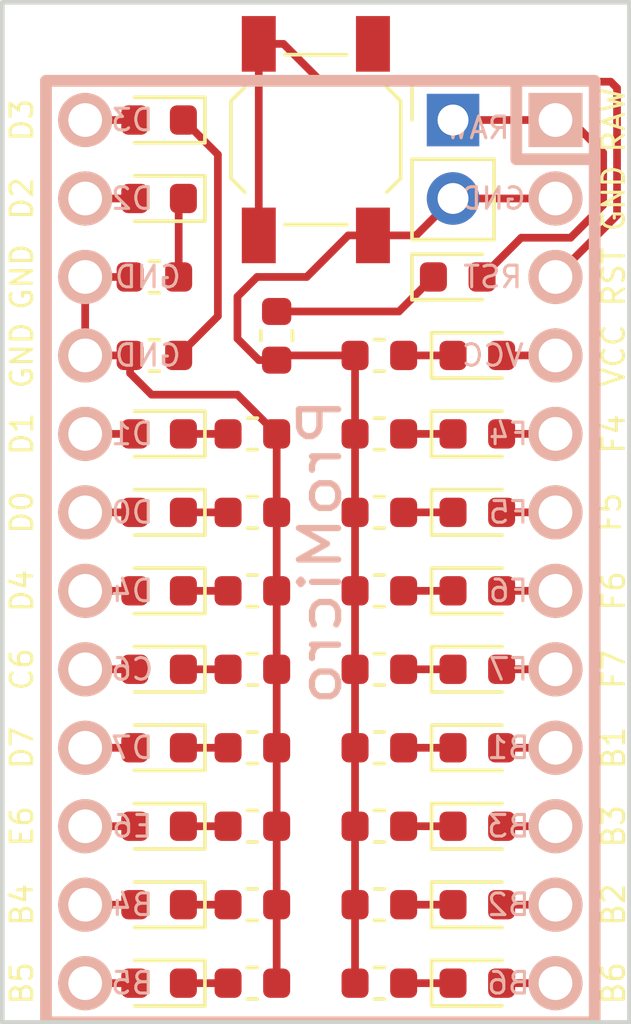
<source format=kicad_pcb>
(kicad_pcb (version 20171130) (host pcbnew "(5.0.0)")

  (general
    (thickness 1.6)
    (drawings 4)
    (tracks 84)
    (zones 0)
    (modules 43)
    (nets 44)
  )

  (page A4)
  (layers
    (0 F.Cu signal hide)
    (31 B.Cu signal hide)
    (32 B.Adhes user hide)
    (33 F.Adhes user hide)
    (34 B.Paste user hide)
    (35 F.Paste user hide)
    (36 B.SilkS user hide)
    (37 F.SilkS user)
    (38 B.Mask user hide)
    (39 F.Mask user hide)
    (40 Dwgs.User user)
    (41 Cmts.User user)
    (42 Eco1.User user)
    (43 Eco2.User user)
    (44 Edge.Cuts user)
    (45 Margin user)
    (46 B.CrtYd user)
    (47 F.CrtYd user)
    (48 B.Fab user)
    (49 F.Fab user)
  )

  (setup
    (last_trace_width 0.25)
    (trace_clearance 0.2)
    (zone_clearance 0.508)
    (zone_45_only no)
    (trace_min 0.2)
    (segment_width 0.2)
    (edge_width 0.15)
    (via_size 0.8)
    (via_drill 0.4)
    (via_min_size 0.4)
    (via_min_drill 0.3)
    (uvia_size 0.3)
    (uvia_drill 0.1)
    (uvias_allowed no)
    (uvia_min_size 0.2)
    (uvia_min_drill 0.1)
    (pcb_text_width 0.3)
    (pcb_text_size 1.5 1.5)
    (mod_edge_width 0.15)
    (mod_text_size 1 1)
    (mod_text_width 0.15)
    (pad_size 1.524 1.524)
    (pad_drill 0.762)
    (pad_to_mask_clearance 0.2)
    (aux_axis_origin 0 0)
    (visible_elements FFFFFF7F)
    (pcbplotparams
      (layerselection 0x010fc_ffffffff)
      (usegerberextensions false)
      (usegerberattributes false)
      (usegerberadvancedattributes false)
      (creategerberjobfile false)
      (excludeedgelayer true)
      (linewidth 0.100000)
      (plotframeref false)
      (viasonmask false)
      (mode 1)
      (useauxorigin false)
      (hpglpennumber 1)
      (hpglpenspeed 20)
      (hpglpendiameter 15.000000)
      (psnegative false)
      (psa4output false)
      (plotreference true)
      (plotvalue true)
      (plotinvisibletext false)
      (padsonsilk false)
      (subtractmaskfromsilk false)
      (outputformat 1)
      (mirror false)
      (drillshape 0)
      (scaleselection 1)
      (outputdirectory "gerber/"))
  )

  (net 0 "")
  (net 1 "Net-(D1-Pad1)")
  (net 2 "Net-(D1-Pad2)")
  (net 3 "Net-(D2-Pad1)")
  (net 4 "Net-(D2-Pad2)")
  (net 5 "Net-(D3-Pad2)")
  (net 6 "Net-(D3-Pad1)")
  (net 7 "Net-(D4-Pad1)")
  (net 8 "Net-(D4-Pad2)")
  (net 9 "Net-(D5-Pad2)")
  (net 10 "Net-(D5-Pad1)")
  (net 11 "Net-(D6-Pad2)")
  (net 12 "Net-(D6-Pad1)")
  (net 13 "Net-(D7-Pad1)")
  (net 14 "Net-(D7-Pad2)")
  (net 15 "Net-(D8-Pad1)")
  (net 16 "Net-(D8-Pad2)")
  (net 17 "Net-(D9-Pad1)")
  (net 18 "Net-(D9-Pad2)")
  (net 19 "Net-(D10-Pad2)")
  (net 20 "Net-(D10-Pad1)")
  (net 21 "Net-(D11-Pad2)")
  (net 22 "Net-(D11-Pad1)")
  (net 23 "Net-(D12-Pad2)")
  (net 24 "Net-(D12-Pad1)")
  (net 25 "Net-(D13-Pad1)")
  (net 26 "Net-(D13-Pad2)")
  (net 27 "Net-(D14-Pad2)")
  (net 28 "Net-(D14-Pad1)")
  (net 29 "Net-(D15-Pad1)")
  (net 30 "Net-(D15-Pad2)")
  (net 31 "Net-(D16-Pad2)")
  (net 32 "Net-(D16-Pad1)")
  (net 33 "Net-(D17-Pad1)")
  (net 34 "Net-(D17-Pad2)")
  (net 35 "Net-(D18-Pad2)")
  (net 36 "Net-(D18-Pad1)")
  (net 37 "Net-(D19-Pad1)")
  (net 38 "Net-(D19-Pad2)")
  (net 39 "Net-(D20-Pad2)")
  (net 40 "Net-(D20-Pad1)")
  (net 41 "Net-(R10-Pad2)")
  (net 42 "Net-(SW1-Pad1)")
  (net 43 "Net-(J1-Pad2)")

  (net_class Default "This is the default net class."
    (clearance 0.2)
    (trace_width 0.25)
    (via_dia 0.8)
    (via_drill 0.4)
    (uvia_dia 0.3)
    (uvia_drill 0.1)
    (add_net "Net-(D1-Pad1)")
    (add_net "Net-(D1-Pad2)")
    (add_net "Net-(D10-Pad1)")
    (add_net "Net-(D10-Pad2)")
    (add_net "Net-(D11-Pad1)")
    (add_net "Net-(D11-Pad2)")
    (add_net "Net-(D12-Pad1)")
    (add_net "Net-(D12-Pad2)")
    (add_net "Net-(D13-Pad1)")
    (add_net "Net-(D13-Pad2)")
    (add_net "Net-(D14-Pad1)")
    (add_net "Net-(D14-Pad2)")
    (add_net "Net-(D15-Pad1)")
    (add_net "Net-(D15-Pad2)")
    (add_net "Net-(D16-Pad1)")
    (add_net "Net-(D16-Pad2)")
    (add_net "Net-(D17-Pad1)")
    (add_net "Net-(D17-Pad2)")
    (add_net "Net-(D18-Pad1)")
    (add_net "Net-(D18-Pad2)")
    (add_net "Net-(D19-Pad1)")
    (add_net "Net-(D19-Pad2)")
    (add_net "Net-(D2-Pad1)")
    (add_net "Net-(D2-Pad2)")
    (add_net "Net-(D20-Pad1)")
    (add_net "Net-(D20-Pad2)")
    (add_net "Net-(D3-Pad1)")
    (add_net "Net-(D3-Pad2)")
    (add_net "Net-(D4-Pad1)")
    (add_net "Net-(D4-Pad2)")
    (add_net "Net-(D5-Pad1)")
    (add_net "Net-(D5-Pad2)")
    (add_net "Net-(D6-Pad1)")
    (add_net "Net-(D6-Pad2)")
    (add_net "Net-(D7-Pad1)")
    (add_net "Net-(D7-Pad2)")
    (add_net "Net-(D8-Pad1)")
    (add_net "Net-(D8-Pad2)")
    (add_net "Net-(D9-Pad1)")
    (add_net "Net-(D9-Pad2)")
    (add_net "Net-(J1-Pad2)")
    (add_net "Net-(R10-Pad2)")
    (add_net "Net-(SW1-Pad1)")
  )

  (module footprints:SW_TACT_ALPS_SKQGABE010 (layer F.Cu) (tedit 5DC5EA9F) (tstamp 5DDE1C86)
    (at 109.855 73.025 90)
    (descr "Low-profile SMD Tactile Switch, https://www.e-switch.com/system/asset/product_line/data_sheet/165/TL3342.pdf")
    (tags "SPST Tactile Switch")
    (path /5DEEEE9C)
    (attr smd)
    (fp_text reference SW1 (at 0 -3.75 90) (layer F.SilkS) hide
      (effects (font (size 1 1) (thickness 0.15)))
    )
    (fp_text value SW_PUSH (at 0 3.75 90) (layer F.Fab)
      (effects (font (size 1 1) (thickness 0.15)))
    )
    (fp_line (start 4 -0.9) (end 3.6 -1.3) (layer Eco1.User) (width 0.1))
    (fp_line (start 3.2 -1.3) (end 4 -0.5) (layer Eco1.User) (width 0.1))
    (fp_line (start 4 -0.1) (end 2.8 -1.3) (layer Eco1.User) (width 0.1))
    (fp_line (start 2.4 -1.3) (end 4 0.3) (layer Eco1.User) (width 0.1))
    (fp_line (start 4 0.7) (end 2 -1.3) (layer Eco1.User) (width 0.1))
    (fp_line (start 1.6 -1.3) (end 4 1.1) (layer Eco1.User) (width 0.1))
    (fp_line (start 1 0.9) (end 1.4 1.3) (layer Eco1.User) (width 0.1))
    (fp_line (start 1.8 1.3) (end 1 0.5) (layer Eco1.User) (width 0.1))
    (fp_line (start 1 0.1) (end 2.2 1.3) (layer Eco1.User) (width 0.1))
    (fp_line (start 2.6 1.3) (end 1 -0.3) (layer Eco1.User) (width 0.1))
    (fp_line (start 3 1.3) (end 1 -0.7) (layer Eco1.User) (width 0.1))
    (fp_line (start 1 -1.1) (end 3.4 1.3) (layer Eco1.User) (width 0.1))
    (fp_line (start 1.2 -1.3) (end 3.8 1.3) (layer Eco1.User) (width 0.1))
    (fp_line (start -1 -0.9) (end -1.4 -1.3) (layer Eco1.User) (width 0.1))
    (fp_line (start -1.8 -1.3) (end -1 -0.5) (layer Eco1.User) (width 0.1))
    (fp_line (start -1 -0.1) (end -2.2 -1.3) (layer Eco1.User) (width 0.1))
    (fp_line (start -2.6 -1.3) (end -1 0.3) (layer Eco1.User) (width 0.1))
    (fp_line (start -1 0.7) (end -3 -1.3) (layer Eco1.User) (width 0.1))
    (fp_line (start -4 0.9) (end -3.6 1.3) (layer Eco1.User) (width 0.1))
    (fp_line (start -3.2 1.3) (end -4 0.5) (layer Eco1.User) (width 0.1))
    (fp_line (start -4 0.1) (end -2.8 1.3) (layer Eco1.User) (width 0.1))
    (fp_line (start -2.4 1.3) (end -4 -0.3) (layer Eco1.User) (width 0.1))
    (fp_line (start -4 -0.7) (end -2 1.3) (layer Eco1.User) (width 0.1))
    (fp_line (start -1.6 1.3) (end -4 -1.1) (layer Eco1.User) (width 0.1))
    (fp_line (start -3.4 -1.3) (end -1 1.1) (layer Eco1.User) (width 0.1))
    (fp_line (start -3.8 -1.3) (end -1.2 1.3) (layer Eco1.User) (width 0.1))
    (fp_line (start 4 1.3) (end 4 -1.3) (layer Eco1.User) (width 0.1))
    (fp_line (start 1 1.3) (end 4 1.3) (layer Eco1.User) (width 0.1))
    (fp_line (start 1 -1.3) (end 1 1.3) (layer Eco1.User) (width 0.1))
    (fp_line (start 4 -1.3) (end 1 -1.3) (layer Eco1.User) (width 0.1))
    (fp_line (start -1 -1.3) (end -4 -1.3) (layer Eco1.User) (width 0.1))
    (fp_line (start -1 1.3) (end -1 -1.3) (layer Eco1.User) (width 0.1))
    (fp_line (start -4 1.3) (end -1 1.3) (layer Eco1.User) (width 0.1))
    (fp_line (start -4 -1.3) (end -4 1.3) (layer Eco1.User) (width 0.1))
    (fp_text user %R (at 0 -3.75 90) (layer F.Fab)
      (effects (font (size 1 1) (thickness 0.15)))
    )
    (fp_line (start 3.2 2.1) (end 3.2 1.6) (layer F.Fab) (width 0.1))
    (fp_line (start 3.2 -2.1) (end 3.2 -1.6) (layer F.Fab) (width 0.1))
    (fp_line (start -3.2 2.1) (end -3.2 1.6) (layer F.Fab) (width 0.1))
    (fp_line (start -3.2 -2.1) (end -3.2 -1.6) (layer F.Fab) (width 0.1))
    (fp_line (start 2.7 -2.1) (end 2.7 -1.6) (layer F.Fab) (width 0.1))
    (fp_line (start 1.7 -2.1) (end 3.2 -2.1) (layer F.Fab) (width 0.1))
    (fp_line (start 3.2 -1.6) (end 2.2 -1.6) (layer F.Fab) (width 0.1))
    (fp_line (start -2.7 -2.1) (end -2.7 -1.6) (layer F.Fab) (width 0.1))
    (fp_line (start -1.7 -2.1) (end -3.2 -2.1) (layer F.Fab) (width 0.1))
    (fp_line (start -3.2 -1.6) (end -2.2 -1.6) (layer F.Fab) (width 0.1))
    (fp_line (start -2.7 2.1) (end -2.7 1.6) (layer F.Fab) (width 0.1))
    (fp_line (start -3.2 1.6) (end -2.2 1.6) (layer F.Fab) (width 0.1))
    (fp_line (start -1.7 2.1) (end -3.2 2.1) (layer F.Fab) (width 0.1))
    (fp_line (start 1.7 2.1) (end 3.2 2.1) (layer F.Fab) (width 0.1))
    (fp_line (start 2.7 2.1) (end 2.7 1.6) (layer F.Fab) (width 0.1))
    (fp_line (start 3.2 1.6) (end 2.2 1.6) (layer F.Fab) (width 0.1))
    (fp_line (start -1.7 2.3) (end -1.25 2.75) (layer F.SilkS) (width 0.12))
    (fp_line (start 1.7 2.3) (end 1.25 2.75) (layer F.SilkS) (width 0.12))
    (fp_line (start 1.7 -2.3) (end 1.25 -2.75) (layer F.SilkS) (width 0.12))
    (fp_line (start -1.7 -2.3) (end -1.25 -2.75) (layer F.SilkS) (width 0.12))
    (fp_line (start -2 -1) (end -1 -2) (layer F.Fab) (width 0.1))
    (fp_line (start -1 -2) (end 1 -2) (layer F.Fab) (width 0.1))
    (fp_line (start 1 -2) (end 2 -1) (layer F.Fab) (width 0.1))
    (fp_line (start 2 -1) (end 2 1) (layer F.Fab) (width 0.1))
    (fp_line (start 2 1) (end 1 2) (layer F.Fab) (width 0.1))
    (fp_line (start 1 2) (end -1 2) (layer F.Fab) (width 0.1))
    (fp_line (start -1 2) (end -2 1) (layer F.Fab) (width 0.1))
    (fp_line (start -2 1) (end -2 -1) (layer F.Fab) (width 0.1))
    (fp_line (start 2.75 -1) (end 2.75 1) (layer F.SilkS) (width 0.12))
    (fp_line (start -1.25 2.75) (end 1.25 2.75) (layer F.SilkS) (width 0.12))
    (fp_line (start -2.75 -1) (end -2.75 1) (layer F.SilkS) (width 0.12))
    (fp_line (start -1.25 -2.75) (end 1.25 -2.75) (layer F.SilkS) (width 0.12))
    (fp_line (start -2.6 -1.2) (end -2.6 1.2) (layer F.Fab) (width 0.1))
    (fp_line (start -2.6 1.2) (end -1.2 2.6) (layer F.Fab) (width 0.1))
    (fp_line (start -1.2 2.6) (end 1.2 2.6) (layer F.Fab) (width 0.1))
    (fp_line (start 1.2 2.6) (end 2.6 1.2) (layer F.Fab) (width 0.1))
    (fp_line (start 2.6 1.2) (end 2.6 -1.2) (layer F.Fab) (width 0.1))
    (fp_line (start 2.6 -1.2) (end 1.2 -2.6) (layer F.Fab) (width 0.1))
    (fp_line (start 1.2 -2.6) (end -1.2 -2.6) (layer F.Fab) (width 0.1))
    (fp_line (start -1.2 -2.6) (end -2.6 -1.2) (layer F.Fab) (width 0.1))
    (fp_line (start -4.25 -3) (end 4.25 -3) (layer F.CrtYd) (width 0.05))
    (fp_line (start 4.25 -3) (end 4.25 3) (layer F.CrtYd) (width 0.05))
    (fp_line (start 4.25 3) (end -4.25 3) (layer F.CrtYd) (width 0.05))
    (fp_line (start -4.25 3) (end -4.25 -3) (layer F.CrtYd) (width 0.05))
    (fp_circle (center 0 0) (end 1 0) (layer F.Fab) (width 0.1))
    (pad 1 smd rect (at -3.1 -1.85 90) (size 1.8 1.1) (layers F.Cu F.Paste F.Mask)
      (net 42 "Net-(SW1-Pad1)"))
    (pad 1 smd rect (at 3.1 -1.85 90) (size 1.8 1.1) (layers F.Cu F.Paste F.Mask)
      (net 42 "Net-(SW1-Pad1)"))
    (pad 2 smd rect (at -3.1 1.85 90) (size 1.8 1.1) (layers F.Cu F.Paste F.Mask)
      (net 43 "Net-(J1-Pad2)"))
    (pad 2 smd rect (at 3.1 1.85 90) (size 1.8 1.1) (layers F.Cu F.Paste F.Mask)
      (net 43 "Net-(J1-Pad2)"))
    (model ${KISYS3DMOD}/Buttons_Switches_SMD.3dshapes/SW_SPST_TL3342.wrl
      (at (xyz 0 0 0))
      (scale (xyz 1 1 1))
      (rotate (xyz 0 0 0))
    )
  )

  (module Connector_PinHeader_2.54mm:PinHeader_1x02_P2.54mm_Vertical (layer F.Cu) (tedit 5DC5EABE) (tstamp 5DDE284C)
    (at 114.3 72.39)
    (descr "Through hole straight pin header, 1x02, 2.54mm pitch, single row")
    (tags "Through hole pin header THT 1x02 2.54mm single row")
    (path /5DEF3670)
    (fp_text reference J1 (at 0 -2.33) (layer F.SilkS) hide
      (effects (font (size 1 1) (thickness 0.15)))
    )
    (fp_text value Conn_01x02_Male (at 0 4.87) (layer F.Fab)
      (effects (font (size 1 1) (thickness 0.15)))
    )
    (fp_line (start -0.635 -1.27) (end 1.27 -1.27) (layer F.Fab) (width 0.1))
    (fp_line (start 1.27 -1.27) (end 1.27 3.81) (layer F.Fab) (width 0.1))
    (fp_line (start 1.27 3.81) (end -1.27 3.81) (layer F.Fab) (width 0.1))
    (fp_line (start -1.27 3.81) (end -1.27 -0.635) (layer F.Fab) (width 0.1))
    (fp_line (start -1.27 -0.635) (end -0.635 -1.27) (layer F.Fab) (width 0.1))
    (fp_line (start -1.33 3.87) (end 1.33 3.87) (layer F.SilkS) (width 0.12))
    (fp_line (start -1.33 1.27) (end -1.33 3.87) (layer F.SilkS) (width 0.12))
    (fp_line (start 1.33 1.27) (end 1.33 3.87) (layer F.SilkS) (width 0.12))
    (fp_line (start -1.33 1.27) (end 1.33 1.27) (layer F.SilkS) (width 0.12))
    (fp_line (start -1.33 0) (end -1.33 -1.33) (layer F.SilkS) (width 0.12))
    (fp_line (start -1.33 -1.33) (end 0 -1.33) (layer F.SilkS) (width 0.12))
    (fp_line (start -1.8 -1.8) (end -1.8 4.35) (layer F.CrtYd) (width 0.05))
    (fp_line (start -1.8 4.35) (end 1.8 4.35) (layer F.CrtYd) (width 0.05))
    (fp_line (start 1.8 4.35) (end 1.8 -1.8) (layer F.CrtYd) (width 0.05))
    (fp_line (start 1.8 -1.8) (end -1.8 -1.8) (layer F.CrtYd) (width 0.05))
    (fp_text user %R (at 0 1.27 90) (layer F.Fab)
      (effects (font (size 1 1) (thickness 0.15)))
    )
    (pad 1 thru_hole rect (at 0 0) (size 1.7 1.7) (drill 1) (layers *.Cu *.Mask)
      (net 2 "Net-(D1-Pad2)"))
    (pad 2 thru_hole oval (at 0 2.54) (size 1.7 1.7) (drill 1) (layers *.Cu *.Mask)
      (net 43 "Net-(J1-Pad2)"))
    (model ${KISYS3DMOD}/Connector_PinHeader_2.54mm.3dshapes/PinHeader_1x02_P2.54mm_Vertical.wrl
      (at (xyz 0 0 0))
      (scale (xyz 1 1 1))
      (rotate (xyz 0 0 0))
    )
  )

  (module footprints:Pro_Micro (layer B.Cu) (tedit 5DC5E9DD) (tstamp 5DDE1CDE)
    (at 110 84.836 180)
    (path /5DEBF5A2)
    (fp_text reference U1 (at 0.508 14.732 180) (layer Eco1.User)
      (effects (font (size 1.27 1.524) (thickness 0.2032)))
    )
    (fp_text value ProMicro (at 0 -1.524 90) (layer B.SilkS)
      (effects (font (size 1.27 1.524) (thickness 0.2032)) (justify mirror))
    )
    (fp_line (start -6.35 11.176) (end -8.89 11.176) (layer F.SilkS) (width 0.381))
    (fp_line (start -6.35 13.716) (end -6.35 11.176) (layer F.SilkS) (width 0.381))
    (fp_line (start 8.89 -16.764) (end 8.89 13.716) (layer F.SilkS) (width 0.381))
    (fp_line (start -8.89 -16.764) (end 8.89 -16.764) (layer F.SilkS) (width 0.381))
    (fp_line (start -8.89 13.716) (end -8.89 -16.764) (layer F.SilkS) (width 0.381))
    (fp_line (start 8.89 13.716) (end -8.89 13.716) (layer F.SilkS) (width 0.381))
    (fp_text user RAW (at -9.507 12.446 270) (layer F.SilkS)
      (effects (font (size 0.7 0.7) (thickness 0.1)))
    )
    (fp_text user GND (at -9.507 9.906 270) (layer F.SilkS)
      (effects (font (size 0.7 0.7) (thickness 0.1)))
    )
    (fp_text user RST (at -9.507 7.366 270) (layer F.SilkS)
      (effects (font (size 0.7 0.7) (thickness 0.1)))
    )
    (fp_text user VCC (at -9.507 4.826 270) (layer F.SilkS)
      (effects (font (size 0.7 0.7) (thickness 0.1)))
    )
    (fp_text user F4 (at -9.507 2.286 270) (layer F.SilkS)
      (effects (font (size 0.7 0.7) (thickness 0.1)))
    )
    (fp_text user F5 (at -9.38 -0.254 270) (layer F.SilkS)
      (effects (font (size 0.7 0.7) (thickness 0.1)))
    )
    (fp_text user F7 (at -9.507 -5.334 270) (layer F.SilkS)
      (effects (font (size 0.7 0.7) (thickness 0.1)))
    )
    (fp_text user F6 (at -9.507 -2.794 270) (layer F.SilkS)
      (effects (font (size 0.7 0.7) (thickness 0.1)))
    )
    (fp_text user B1 (at -9.507 -7.874 270) (layer F.SilkS)
      (effects (font (size 0.7 0.7) (thickness 0.1)))
    )
    (fp_text user B3 (at -9.507 -10.414 270) (layer F.SilkS)
      (effects (font (size 0.7 0.7) (thickness 0.1)))
    )
    (fp_text user B2 (at -9.507 -12.954 270) (layer F.SilkS)
      (effects (font (size 0.7 0.7) (thickness 0.1)))
    )
    (fp_text user B6 (at -9.507 -15.494 270) (layer F.SilkS)
      (effects (font (size 0.7 0.7) (thickness 0.1)))
    )
    (fp_text user D3 (at 9.67 12.446 270) (layer F.SilkS)
      (effects (font (size 0.7 0.7) (thickness 0.1)))
    )
    (fp_text user D2 (at 9.67 9.906 270) (layer F.SilkS)
      (effects (font (size 0.7 0.7) (thickness 0.1)))
    )
    (fp_text user GND (at 9.67 7.366 270) (layer F.SilkS)
      (effects (font (size 0.7 0.7) (thickness 0.1)))
    )
    (fp_text user GND (at 9.67 4.826 270) (layer F.SilkS)
      (effects (font (size 0.7 0.7) (thickness 0.1)))
    )
    (fp_text user D1 (at 9.67 2.286 270) (layer F.SilkS)
      (effects (font (size 0.7 0.7) (thickness 0.1)))
    )
    (fp_text user D0 (at 9.67 -0.254 270) (layer F.SilkS)
      (effects (font (size 0.7 0.7) (thickness 0.1)))
    )
    (fp_text user D4 (at 9.67 -2.794 270) (layer F.SilkS)
      (effects (font (size 0.7 0.7) (thickness 0.1)))
    )
    (fp_text user C6 (at 9.67 -5.334 270) (layer F.SilkS)
      (effects (font (size 0.7 0.7) (thickness 0.1)))
    )
    (fp_text user D7 (at 9.67 -7.874 270) (layer F.SilkS)
      (effects (font (size 0.7 0.7) (thickness 0.1)))
    )
    (fp_text user E6 (at 9.67 -10.414 270) (layer F.SilkS)
      (effects (font (size 0.7 0.7) (thickness 0.1)))
    )
    (fp_text user B4 (at 9.67 -12.954 270) (layer F.SilkS)
      (effects (font (size 0.7 0.7) (thickness 0.1)))
    )
    (fp_text user B5 (at 9.67 -15.494 90) (layer F.SilkS)
      (effects (font (size 0.7 0.7) (thickness 0.1)))
    )
    (fp_text user B5 (at 6.096 -15.494 180) (layer B.SilkS)
      (effects (font (size 0.7 0.7) (thickness 0.1)) (justify mirror))
    )
    (fp_text user B4 (at 6.096 -12.954 180) (layer B.SilkS)
      (effects (font (size 0.7 0.7) (thickness 0.1)) (justify mirror))
    )
    (fp_text user E6 (at 6.096 -10.414 180) (layer B.SilkS)
      (effects (font (size 0.7 0.7) (thickness 0.1)) (justify mirror))
    )
    (fp_text user D7 (at 6.096 -7.874 180) (layer B.SilkS)
      (effects (font (size 0.7 0.7) (thickness 0.1)) (justify mirror))
    )
    (fp_text user C6 (at 6.096 -5.334 180) (layer B.SilkS)
      (effects (font (size 0.7 0.7) (thickness 0.1)) (justify mirror))
    )
    (fp_text user D4 (at 6.096 -2.794 180) (layer B.SilkS)
      (effects (font (size 0.7 0.7) (thickness 0.1)) (justify mirror))
    )
    (fp_text user D0 (at 6.096 -0.254 180) (layer B.SilkS)
      (effects (font (size 0.7 0.7) (thickness 0.1)) (justify mirror))
    )
    (fp_text user D1 (at 6.096 2.286 180) (layer B.SilkS)
      (effects (font (size 0.7 0.7) (thickness 0.1)) (justify mirror))
    )
    (fp_text user GND (at 5.588 4.826 180) (layer B.SilkS)
      (effects (font (size 0.7 0.7) (thickness 0.1)) (justify mirror))
    )
    (fp_text user GND (at 5.588 7.366 180) (layer B.SilkS)
      (effects (font (size 0.7 0.7) (thickness 0.1)) (justify mirror))
    )
    (fp_text user D2 (at 6.096 9.906 180) (layer B.SilkS)
      (effects (font (size 0.7 0.7) (thickness 0.1)) (justify mirror))
    )
    (fp_text user D3 (at 6.096 12.446 180) (layer B.SilkS)
      (effects (font (size 0.7 0.7) (thickness 0.1)) (justify mirror))
    )
    (fp_text user B6 (at -6.096 -15.494 180) (layer B.SilkS)
      (effects (font (size 0.7 0.7) (thickness 0.1)) (justify mirror))
    )
    (fp_text user B2 (at -6.096 -12.954 180) (layer B.SilkS)
      (effects (font (size 0.7 0.7) (thickness 0.1)) (justify mirror))
    )
    (fp_text user B3 (at -6.096 -10.414 180) (layer B.SilkS)
      (effects (font (size 0.7 0.7) (thickness 0.1)) (justify mirror))
    )
    (fp_text user B1 (at -6.096 -7.874 180) (layer B.SilkS)
      (effects (font (size 0.7 0.7) (thickness 0.1)) (justify mirror))
    )
    (fp_text user F6 (at -6.096 -2.794 180) (layer B.SilkS)
      (effects (font (size 0.7 0.7) (thickness 0.1)) (justify mirror))
    )
    (fp_text user F7 (at -6.096 -5.334 180) (layer B.SilkS)
      (effects (font (size 0.7 0.7) (thickness 0.1)) (justify mirror))
    )
    (fp_text user F5 (at -6.096 -0.254 180) (layer B.SilkS)
      (effects (font (size 0.7 0.7) (thickness 0.1)) (justify mirror))
    )
    (fp_text user F4 (at -6.096 2.286 180) (layer B.SilkS)
      (effects (font (size 0.7 0.7) (thickness 0.1)) (justify mirror))
    )
    (fp_text user VCC (at -5.588 4.826 180) (layer B.SilkS)
      (effects (font (size 0.7 0.7) (thickness 0.1)) (justify mirror))
    )
    (fp_text user RST (at -5.588 7.366 180) (layer B.SilkS)
      (effects (font (size 0.7 0.7) (thickness 0.1)) (justify mirror))
    )
    (fp_text user GND (at -5.588 9.906 180) (layer B.SilkS)
      (effects (font (size 0.7 0.7) (thickness 0.1)) (justify mirror))
    )
    (fp_text user RAW (at -5.08 12.192 180) (layer B.SilkS)
      (effects (font (size 0.7 0.7) (thickness 0.1)) (justify mirror))
    )
    (fp_line (start 8.89 13.716) (end -8.89 13.716) (layer B.SilkS) (width 0.381))
    (fp_line (start -8.89 13.716) (end -8.89 -16.764) (layer B.SilkS) (width 0.381))
    (fp_line (start -8.89 -16.764) (end 8.89 -16.764) (layer B.SilkS) (width 0.381))
    (fp_line (start 8.89 -16.764) (end 8.89 13.716) (layer B.SilkS) (width 0.381))
    (fp_line (start -6.35 13.716) (end -6.35 11.176) (layer B.SilkS) (width 0.381))
    (fp_line (start -6.35 11.176) (end -8.89 11.176) (layer B.SilkS) (width 0.381))
    (pad 1 thru_hole rect (at -7.62 12.446 270) (size 1.7526 1.7526) (drill 1.0922) (layers *.Cu *.SilkS *.Mask)
      (net 2 "Net-(D1-Pad2)"))
    (pad 2 thru_hole circle (at -7.62 9.906 270) (size 1.7526 1.7526) (drill 1.0922) (layers *.Cu *.SilkS *.Mask)
      (net 43 "Net-(J1-Pad2)"))
    (pad 3 thru_hole circle (at -7.62 7.366 270) (size 1.7526 1.7526) (drill 1.0922) (layers *.Cu *.SilkS *.Mask)
      (net 42 "Net-(SW1-Pad1)"))
    (pad 4 thru_hole circle (at -7.62 4.826 270) (size 1.7526 1.7526) (drill 1.0922) (layers *.Cu *.SilkS *.Mask)
      (net 23 "Net-(D12-Pad2)"))
    (pad 5 thru_hole circle (at -7.62 2.286 270) (size 1.7526 1.7526) (drill 1.0922) (layers *.Cu *.SilkS *.Mask)
      (net 26 "Net-(D13-Pad2)"))
    (pad 6 thru_hole circle (at -7.62 -0.254 270) (size 1.7526 1.7526) (drill 1.0922) (layers *.Cu *.SilkS *.Mask)
      (net 27 "Net-(D14-Pad2)"))
    (pad 7 thru_hole circle (at -7.62 -2.794 270) (size 1.7526 1.7526) (drill 1.0922) (layers *.Cu *.SilkS *.Mask)
      (net 30 "Net-(D15-Pad2)"))
    (pad 8 thru_hole circle (at -7.62 -5.334 270) (size 1.7526 1.7526) (drill 1.0922) (layers *.Cu *.SilkS *.Mask)
      (net 31 "Net-(D16-Pad2)"))
    (pad 9 thru_hole circle (at -7.62 -7.874 270) (size 1.7526 1.7526) (drill 1.0922) (layers *.Cu *.SilkS *.Mask)
      (net 34 "Net-(D17-Pad2)"))
    (pad 10 thru_hole circle (at -7.62 -10.414 270) (size 1.7526 1.7526) (drill 1.0922) (layers *.Cu *.SilkS *.Mask)
      (net 35 "Net-(D18-Pad2)"))
    (pad 11 thru_hole circle (at -7.62 -12.954 270) (size 1.7526 1.7526) (drill 1.0922) (layers *.Cu *.SilkS *.Mask)
      (net 38 "Net-(D19-Pad2)"))
    (pad 12 thru_hole circle (at -7.62 -15.494 270) (size 1.7526 1.7526) (drill 1.0922) (layers *.Cu *.SilkS *.Mask)
      (net 39 "Net-(D20-Pad2)"))
    (pad 24 thru_hole circle (at 7.62 -15.494 270) (size 1.7526 1.7526) (drill 1.0922) (layers *.Cu *.SilkS *.Mask)
      (net 21 "Net-(D11-Pad2)"))
    (pad 23 thru_hole circle (at 7.62 -12.954 270) (size 1.7526 1.7526) (drill 1.0922) (layers *.Cu *.SilkS *.Mask)
      (net 19 "Net-(D10-Pad2)"))
    (pad 22 thru_hole circle (at 7.62 -10.414 270) (size 1.7526 1.7526) (drill 1.0922) (layers *.Cu *.SilkS *.Mask)
      (net 18 "Net-(D9-Pad2)"))
    (pad 21 thru_hole circle (at 7.62 -7.874 270) (size 1.7526 1.7526) (drill 1.0922) (layers *.Cu *.SilkS *.Mask)
      (net 16 "Net-(D8-Pad2)"))
    (pad 20 thru_hole circle (at 7.62 -5.334 270) (size 1.7526 1.7526) (drill 1.0922) (layers *.Cu *.SilkS *.Mask)
      (net 14 "Net-(D7-Pad2)"))
    (pad 19 thru_hole circle (at 7.62 -2.794 270) (size 1.7526 1.7526) (drill 1.0922) (layers *.Cu *.SilkS *.Mask)
      (net 11 "Net-(D6-Pad2)"))
    (pad 18 thru_hole circle (at 7.62 -0.254 270) (size 1.7526 1.7526) (drill 1.0922) (layers *.Cu *.SilkS *.Mask)
      (net 9 "Net-(D5-Pad2)"))
    (pad 17 thru_hole circle (at 7.62 2.286 270) (size 1.7526 1.7526) (drill 1.0922) (layers *.Cu *.SilkS *.Mask)
      (net 8 "Net-(D4-Pad2)"))
    (pad 16 thru_hole circle (at 7.62 4.826 270) (size 1.7526 1.7526) (drill 1.0922) (layers *.Cu *.SilkS *.Mask)
      (net 41 "Net-(R10-Pad2)"))
    (pad 15 thru_hole circle (at 7.62 7.366 270) (size 1.7526 1.7526) (drill 1.0922) (layers *.Cu *.SilkS *.Mask)
      (net 41 "Net-(R10-Pad2)"))
    (pad 14 thru_hole circle (at 7.62 9.906 270) (size 1.7526 1.7526) (drill 1.0922) (layers *.Cu *.SilkS *.Mask)
      (net 5 "Net-(D3-Pad2)"))
    (pad 13 thru_hole circle (at 7.62 12.446 270) (size 1.7526 1.7526) (drill 1.0922) (layers *.Cu *.SilkS *.Mask)
      (net 4 "Net-(D2-Pad2)"))
  )

  (module LED_SMD:LED_0603_1608Metric (layer F.Cu) (tedit 5DC5EAB4) (tstamp 5DDE2BA2)
    (at 114.452501 77.47)
    (descr "LED SMD 0603 (1608 Metric), square (rectangular) end terminal, IPC_7351 nominal, (Body size source: http://www.tortai-tech.com/upload/download/2011102023233369053.pdf), generated with kicad-footprint-generator")
    (tags diode)
    (path /5DEBF63E)
    (attr smd)
    (fp_text reference D1 (at 0 -1.43) (layer F.SilkS) hide
      (effects (font (size 1 1) (thickness 0.15)))
    )
    (fp_text value LED (at 0 1.43) (layer F.Fab)
      (effects (font (size 1 1) (thickness 0.15)))
    )
    (fp_line (start 0.8 -0.4) (end -0.5 -0.4) (layer F.Fab) (width 0.1))
    (fp_line (start -0.5 -0.4) (end -0.8 -0.1) (layer F.Fab) (width 0.1))
    (fp_line (start -0.8 -0.1) (end -0.8 0.4) (layer F.Fab) (width 0.1))
    (fp_line (start -0.8 0.4) (end 0.8 0.4) (layer F.Fab) (width 0.1))
    (fp_line (start 0.8 0.4) (end 0.8 -0.4) (layer F.Fab) (width 0.1))
    (fp_line (start 0.8 -0.735) (end -1.485 -0.735) (layer F.SilkS) (width 0.12))
    (fp_line (start -1.485 -0.735) (end -1.485 0.735) (layer F.SilkS) (width 0.12))
    (fp_line (start -1.485 0.735) (end 0.8 0.735) (layer F.SilkS) (width 0.12))
    (fp_line (start -1.48 0.73) (end -1.48 -0.73) (layer F.CrtYd) (width 0.05))
    (fp_line (start -1.48 -0.73) (end 1.48 -0.73) (layer F.CrtYd) (width 0.05))
    (fp_line (start 1.48 -0.73) (end 1.48 0.73) (layer F.CrtYd) (width 0.05))
    (fp_line (start 1.48 0.73) (end -1.48 0.73) (layer F.CrtYd) (width 0.05))
    (fp_text user %R (at 0 0) (layer F.Fab)
      (effects (font (size 0.4 0.4) (thickness 0.06)))
    )
    (pad 1 smd roundrect (at -0.7875 0) (size 0.875 0.95) (layers F.Cu F.Paste F.Mask) (roundrect_rratio 0.25)
      (net 1 "Net-(D1-Pad1)"))
    (pad 2 smd roundrect (at 0.7875 0) (size 0.875 0.95) (layers F.Cu F.Paste F.Mask) (roundrect_rratio 0.25)
      (net 2 "Net-(D1-Pad2)"))
    (model ${KISYS3DMOD}/LED_SMD.3dshapes/LED_0603_1608Metric.wrl
      (at (xyz 0 0 0))
      (scale (xyz 1 1 1))
      (rotate (xyz 0 0 0))
    )
  )

  (module LED_SMD:LED_0603_1608Metric (layer F.Cu) (tedit 5DC5EAA5) (tstamp 5DDE2BB4)
    (at 104.775 72.39 180)
    (descr "LED SMD 0603 (1608 Metric), square (rectangular) end terminal, IPC_7351 nominal, (Body size source: http://www.tortai-tech.com/upload/download/2011102023233369053.pdf), generated with kicad-footprint-generator")
    (tags diode)
    (path /5DEC0432)
    (attr smd)
    (fp_text reference D2 (at 0 -1.43 180) (layer F.SilkS) hide
      (effects (font (size 1 1) (thickness 0.15)))
    )
    (fp_text value LED (at 0 1.43 180) (layer F.Fab)
      (effects (font (size 1 1) (thickness 0.15)))
    )
    (fp_line (start 0.8 -0.4) (end -0.5 -0.4) (layer F.Fab) (width 0.1))
    (fp_line (start -0.5 -0.4) (end -0.8 -0.1) (layer F.Fab) (width 0.1))
    (fp_line (start -0.8 -0.1) (end -0.8 0.4) (layer F.Fab) (width 0.1))
    (fp_line (start -0.8 0.4) (end 0.8 0.4) (layer F.Fab) (width 0.1))
    (fp_line (start 0.8 0.4) (end 0.8 -0.4) (layer F.Fab) (width 0.1))
    (fp_line (start 0.8 -0.735) (end -1.485 -0.735) (layer F.SilkS) (width 0.12))
    (fp_line (start -1.485 -0.735) (end -1.485 0.735) (layer F.SilkS) (width 0.12))
    (fp_line (start -1.485 0.735) (end 0.8 0.735) (layer F.SilkS) (width 0.12))
    (fp_line (start -1.48 0.73) (end -1.48 -0.73) (layer F.CrtYd) (width 0.05))
    (fp_line (start -1.48 -0.73) (end 1.48 -0.73) (layer F.CrtYd) (width 0.05))
    (fp_line (start 1.48 -0.73) (end 1.48 0.73) (layer F.CrtYd) (width 0.05))
    (fp_line (start 1.48 0.73) (end -1.48 0.73) (layer F.CrtYd) (width 0.05))
    (fp_text user %R (at 0 0 180) (layer F.Fab)
      (effects (font (size 0.4 0.4) (thickness 0.06)))
    )
    (pad 1 smd roundrect (at -0.7875 0 180) (size 0.875 0.95) (layers F.Cu F.Paste F.Mask) (roundrect_rratio 0.25)
      (net 3 "Net-(D2-Pad1)"))
    (pad 2 smd roundrect (at 0.7875 0 180) (size 0.875 0.95) (layers F.Cu F.Paste F.Mask) (roundrect_rratio 0.25)
      (net 4 "Net-(D2-Pad2)"))
    (model ${KISYS3DMOD}/LED_SMD.3dshapes/LED_0603_1608Metric.wrl
      (at (xyz 0 0 0))
      (scale (xyz 1 1 1))
      (rotate (xyz 0 0 0))
    )
  )

  (module LED_SMD:LED_0603_1608Metric (layer F.Cu) (tedit 5DC5EAAA) (tstamp 5DDE2BC6)
    (at 104.775 74.93 180)
    (descr "LED SMD 0603 (1608 Metric), square (rectangular) end terminal, IPC_7351 nominal, (Body size source: http://www.tortai-tech.com/upload/download/2011102023233369053.pdf), generated with kicad-footprint-generator")
    (tags diode)
    (path /5DEC07E7)
    (attr smd)
    (fp_text reference D3 (at 0 -1.43 180) (layer F.SilkS) hide
      (effects (font (size 1 1) (thickness 0.15)))
    )
    (fp_text value LED (at 0 1.43 180) (layer F.Fab)
      (effects (font (size 1 1) (thickness 0.15)))
    )
    (fp_text user %R (at 0 0 180) (layer F.Fab)
      (effects (font (size 0.4 0.4) (thickness 0.06)))
    )
    (fp_line (start 1.48 0.73) (end -1.48 0.73) (layer F.CrtYd) (width 0.05))
    (fp_line (start 1.48 -0.73) (end 1.48 0.73) (layer F.CrtYd) (width 0.05))
    (fp_line (start -1.48 -0.73) (end 1.48 -0.73) (layer F.CrtYd) (width 0.05))
    (fp_line (start -1.48 0.73) (end -1.48 -0.73) (layer F.CrtYd) (width 0.05))
    (fp_line (start -1.485 0.735) (end 0.8 0.735) (layer F.SilkS) (width 0.12))
    (fp_line (start -1.485 -0.735) (end -1.485 0.735) (layer F.SilkS) (width 0.12))
    (fp_line (start 0.8 -0.735) (end -1.485 -0.735) (layer F.SilkS) (width 0.12))
    (fp_line (start 0.8 0.4) (end 0.8 -0.4) (layer F.Fab) (width 0.1))
    (fp_line (start -0.8 0.4) (end 0.8 0.4) (layer F.Fab) (width 0.1))
    (fp_line (start -0.8 -0.1) (end -0.8 0.4) (layer F.Fab) (width 0.1))
    (fp_line (start -0.5 -0.4) (end -0.8 -0.1) (layer F.Fab) (width 0.1))
    (fp_line (start 0.8 -0.4) (end -0.5 -0.4) (layer F.Fab) (width 0.1))
    (pad 2 smd roundrect (at 0.7875 0 180) (size 0.875 0.95) (layers F.Cu F.Paste F.Mask) (roundrect_rratio 0.25)
      (net 5 "Net-(D3-Pad2)"))
    (pad 1 smd roundrect (at -0.7875 0 180) (size 0.875 0.95) (layers F.Cu F.Paste F.Mask) (roundrect_rratio 0.25)
      (net 6 "Net-(D3-Pad1)"))
    (model ${KISYS3DMOD}/LED_SMD.3dshapes/LED_0603_1608Metric.wrl
      (at (xyz 0 0 0))
      (scale (xyz 1 1 1))
      (rotate (xyz 0 0 0))
    )
  )

  (module LED_SMD:LED_0603_1608Metric (layer F.Cu) (tedit 5DC5EACC) (tstamp 5DDE2BD8)
    (at 104.775 82.55 180)
    (descr "LED SMD 0603 (1608 Metric), square (rectangular) end terminal, IPC_7351 nominal, (Body size source: http://www.tortai-tech.com/upload/download/2011102023233369053.pdf), generated with kicad-footprint-generator")
    (tags diode)
    (path /5DEC0883)
    (attr smd)
    (fp_text reference D4 (at 0 -1.43 180) (layer F.SilkS) hide
      (effects (font (size 1 1) (thickness 0.15)))
    )
    (fp_text value LED (at 0 1.43 180) (layer F.Fab)
      (effects (font (size 1 1) (thickness 0.15)))
    )
    (fp_line (start 0.8 -0.4) (end -0.5 -0.4) (layer F.Fab) (width 0.1))
    (fp_line (start -0.5 -0.4) (end -0.8 -0.1) (layer F.Fab) (width 0.1))
    (fp_line (start -0.8 -0.1) (end -0.8 0.4) (layer F.Fab) (width 0.1))
    (fp_line (start -0.8 0.4) (end 0.8 0.4) (layer F.Fab) (width 0.1))
    (fp_line (start 0.8 0.4) (end 0.8 -0.4) (layer F.Fab) (width 0.1))
    (fp_line (start 0.8 -0.735) (end -1.485 -0.735) (layer F.SilkS) (width 0.12))
    (fp_line (start -1.485 -0.735) (end -1.485 0.735) (layer F.SilkS) (width 0.12))
    (fp_line (start -1.485 0.735) (end 0.8 0.735) (layer F.SilkS) (width 0.12))
    (fp_line (start -1.48 0.73) (end -1.48 -0.73) (layer F.CrtYd) (width 0.05))
    (fp_line (start -1.48 -0.73) (end 1.48 -0.73) (layer F.CrtYd) (width 0.05))
    (fp_line (start 1.48 -0.73) (end 1.48 0.73) (layer F.CrtYd) (width 0.05))
    (fp_line (start 1.48 0.73) (end -1.48 0.73) (layer F.CrtYd) (width 0.05))
    (fp_text user %R (at 0 0 180) (layer F.Fab)
      (effects (font (size 0.4 0.4) (thickness 0.06)))
    )
    (pad 1 smd roundrect (at -0.7875 0 180) (size 0.875 0.95) (layers F.Cu F.Paste F.Mask) (roundrect_rratio 0.25)
      (net 7 "Net-(D4-Pad1)"))
    (pad 2 smd roundrect (at 0.7875 0 180) (size 0.875 0.95) (layers F.Cu F.Paste F.Mask) (roundrect_rratio 0.25)
      (net 8 "Net-(D4-Pad2)"))
    (model ${KISYS3DMOD}/LED_SMD.3dshapes/LED_0603_1608Metric.wrl
      (at (xyz 0 0 0))
      (scale (xyz 1 1 1))
      (rotate (xyz 0 0 0))
    )
  )

  (module LED_SMD:LED_0603_1608Metric (layer F.Cu) (tedit 5DC5EAD7) (tstamp 5DDE2BEA)
    (at 104.775 85.09 180)
    (descr "LED SMD 0603 (1608 Metric), square (rectangular) end terminal, IPC_7351 nominal, (Body size source: http://www.tortai-tech.com/upload/download/2011102023233369053.pdf), generated with kicad-footprint-generator")
    (tags diode)
    (path /5DEC0891)
    (attr smd)
    (fp_text reference D5 (at 0 -1.43 180) (layer F.SilkS) hide
      (effects (font (size 1 1) (thickness 0.15)))
    )
    (fp_text value LED (at 0 1.43 180) (layer F.Fab)
      (effects (font (size 1 1) (thickness 0.15)))
    )
    (fp_text user %R (at 0 0 180) (layer F.Fab)
      (effects (font (size 0.4 0.4) (thickness 0.06)))
    )
    (fp_line (start 1.48 0.73) (end -1.48 0.73) (layer F.CrtYd) (width 0.05))
    (fp_line (start 1.48 -0.73) (end 1.48 0.73) (layer F.CrtYd) (width 0.05))
    (fp_line (start -1.48 -0.73) (end 1.48 -0.73) (layer F.CrtYd) (width 0.05))
    (fp_line (start -1.48 0.73) (end -1.48 -0.73) (layer F.CrtYd) (width 0.05))
    (fp_line (start -1.485 0.735) (end 0.8 0.735) (layer F.SilkS) (width 0.12))
    (fp_line (start -1.485 -0.735) (end -1.485 0.735) (layer F.SilkS) (width 0.12))
    (fp_line (start 0.8 -0.735) (end -1.485 -0.735) (layer F.SilkS) (width 0.12))
    (fp_line (start 0.8 0.4) (end 0.8 -0.4) (layer F.Fab) (width 0.1))
    (fp_line (start -0.8 0.4) (end 0.8 0.4) (layer F.Fab) (width 0.1))
    (fp_line (start -0.8 -0.1) (end -0.8 0.4) (layer F.Fab) (width 0.1))
    (fp_line (start -0.5 -0.4) (end -0.8 -0.1) (layer F.Fab) (width 0.1))
    (fp_line (start 0.8 -0.4) (end -0.5 -0.4) (layer F.Fab) (width 0.1))
    (pad 2 smd roundrect (at 0.7875 0 180) (size 0.875 0.95) (layers F.Cu F.Paste F.Mask) (roundrect_rratio 0.25)
      (net 9 "Net-(D5-Pad2)"))
    (pad 1 smd roundrect (at -0.7875 0 180) (size 0.875 0.95) (layers F.Cu F.Paste F.Mask) (roundrect_rratio 0.25)
      (net 10 "Net-(D5-Pad1)"))
    (model ${KISYS3DMOD}/LED_SMD.3dshapes/LED_0603_1608Metric.wrl
      (at (xyz 0 0 0))
      (scale (xyz 1 1 1))
      (rotate (xyz 0 0 0))
    )
  )

  (module LED_SMD:LED_0603_1608Metric (layer F.Cu) (tedit 5DC5EAF5) (tstamp 5DDE2BFC)
    (at 104.775 87.63 180)
    (descr "LED SMD 0603 (1608 Metric), square (rectangular) end terminal, IPC_7351 nominal, (Body size source: http://www.tortai-tech.com/upload/download/2011102023233369053.pdf), generated with kicad-footprint-generator")
    (tags diode)
    (path /5DEC08E4)
    (attr smd)
    (fp_text reference D6 (at 0 -1.43 180) (layer F.SilkS) hide
      (effects (font (size 1 1) (thickness 0.15)))
    )
    (fp_text value LED (at 0 1.43 180) (layer F.Fab)
      (effects (font (size 1 1) (thickness 0.15)))
    )
    (fp_text user %R (at -0.045001 0 180) (layer F.Fab)
      (effects (font (size 0.4 0.4) (thickness 0.06)))
    )
    (fp_line (start 1.48 0.73) (end -1.48 0.73) (layer F.CrtYd) (width 0.05))
    (fp_line (start 1.48 -0.73) (end 1.48 0.73) (layer F.CrtYd) (width 0.05))
    (fp_line (start -1.48 -0.73) (end 1.48 -0.73) (layer F.CrtYd) (width 0.05))
    (fp_line (start -1.48 0.73) (end -1.48 -0.73) (layer F.CrtYd) (width 0.05))
    (fp_line (start -1.485 0.735) (end 0.8 0.735) (layer F.SilkS) (width 0.12))
    (fp_line (start -1.485 -0.735) (end -1.485 0.735) (layer F.SilkS) (width 0.12))
    (fp_line (start 0.8 -0.735) (end -1.485 -0.735) (layer F.SilkS) (width 0.12))
    (fp_line (start 0.8 0.4) (end 0.8 -0.4) (layer F.Fab) (width 0.1))
    (fp_line (start -0.8 0.4) (end 0.8 0.4) (layer F.Fab) (width 0.1))
    (fp_line (start -0.8 -0.1) (end -0.8 0.4) (layer F.Fab) (width 0.1))
    (fp_line (start -0.5 -0.4) (end -0.8 -0.1) (layer F.Fab) (width 0.1))
    (fp_line (start 0.8 -0.4) (end -0.5 -0.4) (layer F.Fab) (width 0.1))
    (pad 2 smd roundrect (at 0.7875 0 180) (size 0.875 0.95) (layers F.Cu F.Paste F.Mask) (roundrect_rratio 0.25)
      (net 11 "Net-(D6-Pad2)"))
    (pad 1 smd roundrect (at -0.7875 0 180) (size 0.875 0.95) (layers F.Cu F.Paste F.Mask) (roundrect_rratio 0.25)
      (net 12 "Net-(D6-Pad1)"))
    (model ${KISYS3DMOD}/LED_SMD.3dshapes/LED_0603_1608Metric.wrl
      (at (xyz 0 0 0))
      (scale (xyz 1 1 1))
      (rotate (xyz 0 0 0))
    )
  )

  (module LED_SMD:LED_0603_1608Metric (layer F.Cu) (tedit 5DC5EB00) (tstamp 5DDE2C0E)
    (at 104.775 90.17 180)
    (descr "LED SMD 0603 (1608 Metric), square (rectangular) end terminal, IPC_7351 nominal, (Body size source: http://www.tortai-tech.com/upload/download/2011102023233369053.pdf), generated with kicad-footprint-generator")
    (tags diode)
    (path /5DEC08F2)
    (attr smd)
    (fp_text reference D7 (at 0 -1.43 180) (layer F.SilkS) hide
      (effects (font (size 1 1) (thickness 0.15)))
    )
    (fp_text value LED (at 0 1.43 180) (layer F.Fab)
      (effects (font (size 1 1) (thickness 0.15)))
    )
    (fp_line (start 0.8 -0.4) (end -0.5 -0.4) (layer F.Fab) (width 0.1))
    (fp_line (start -0.5 -0.4) (end -0.8 -0.1) (layer F.Fab) (width 0.1))
    (fp_line (start -0.8 -0.1) (end -0.8 0.4) (layer F.Fab) (width 0.1))
    (fp_line (start -0.8 0.4) (end 0.8 0.4) (layer F.Fab) (width 0.1))
    (fp_line (start 0.8 0.4) (end 0.8 -0.4) (layer F.Fab) (width 0.1))
    (fp_line (start 0.8 -0.735) (end -1.485 -0.735) (layer F.SilkS) (width 0.12))
    (fp_line (start -1.485 -0.735) (end -1.485 0.735) (layer F.SilkS) (width 0.12))
    (fp_line (start -1.485 0.735) (end 0.8 0.735) (layer F.SilkS) (width 0.12))
    (fp_line (start -1.48 0.73) (end -1.48 -0.73) (layer F.CrtYd) (width 0.05))
    (fp_line (start -1.48 -0.73) (end 1.48 -0.73) (layer F.CrtYd) (width 0.05))
    (fp_line (start 1.48 -0.73) (end 1.48 0.73) (layer F.CrtYd) (width 0.05))
    (fp_line (start 1.48 0.73) (end -1.48 0.73) (layer F.CrtYd) (width 0.05))
    (fp_text user %R (at 0 0 180) (layer F.Fab)
      (effects (font (size 0.4 0.4) (thickness 0.06)))
    )
    (pad 1 smd roundrect (at -0.7875 0 180) (size 0.875 0.95) (layers F.Cu F.Paste F.Mask) (roundrect_rratio 0.25)
      (net 13 "Net-(D7-Pad1)"))
    (pad 2 smd roundrect (at 0.7875 0 180) (size 0.875 0.95) (layers F.Cu F.Paste F.Mask) (roundrect_rratio 0.25)
      (net 14 "Net-(D7-Pad2)"))
    (model ${KISYS3DMOD}/LED_SMD.3dshapes/LED_0603_1608Metric.wrl
      (at (xyz 0 0 0))
      (scale (xyz 1 1 1))
      (rotate (xyz 0 0 0))
    )
  )

  (module LED_SMD:LED_0603_1608Metric (layer F.Cu) (tedit 5DC5EB3E) (tstamp 5DDE2C20)
    (at 104.775 92.71 180)
    (descr "LED SMD 0603 (1608 Metric), square (rectangular) end terminal, IPC_7351 nominal, (Body size source: http://www.tortai-tech.com/upload/download/2011102023233369053.pdf), generated with kicad-footprint-generator")
    (tags diode)
    (path /5DEC0941)
    (attr smd)
    (fp_text reference D8 (at 0 -1.43 180) (layer F.SilkS) hide
      (effects (font (size 1 1) (thickness 0.15)))
    )
    (fp_text value LED (at 0 1.43 180) (layer F.Fab)
      (effects (font (size 1 1) (thickness 0.15)))
    )
    (fp_line (start 0.8 -0.4) (end -0.5 -0.4) (layer F.Fab) (width 0.1))
    (fp_line (start -0.5 -0.4) (end -0.8 -0.1) (layer F.Fab) (width 0.1))
    (fp_line (start -0.8 -0.1) (end -0.8 0.4) (layer F.Fab) (width 0.1))
    (fp_line (start -0.8 0.4) (end 0.8 0.4) (layer F.Fab) (width 0.1))
    (fp_line (start 0.8 0.4) (end 0.8 -0.4) (layer F.Fab) (width 0.1))
    (fp_line (start 0.8 -0.735) (end -1.485 -0.735) (layer F.SilkS) (width 0.12))
    (fp_line (start -1.485 -0.735) (end -1.485 0.735) (layer F.SilkS) (width 0.12))
    (fp_line (start -1.485 0.735) (end 0.8 0.735) (layer F.SilkS) (width 0.12))
    (fp_line (start -1.48 0.73) (end -1.48 -0.73) (layer F.CrtYd) (width 0.05))
    (fp_line (start -1.48 -0.73) (end 1.48 -0.73) (layer F.CrtYd) (width 0.05))
    (fp_line (start 1.48 -0.73) (end 1.48 0.73) (layer F.CrtYd) (width 0.05))
    (fp_line (start 1.48 0.73) (end -1.48 0.73) (layer F.CrtYd) (width 0.05))
    (fp_text user %R (at 0 0 180) (layer F.Fab)
      (effects (font (size 0.4 0.4) (thickness 0.06)))
    )
    (pad 1 smd roundrect (at -0.7875 0 180) (size 0.875 0.95) (layers F.Cu F.Paste F.Mask) (roundrect_rratio 0.25)
      (net 15 "Net-(D8-Pad1)"))
    (pad 2 smd roundrect (at 0.7875 0 180) (size 0.875 0.95) (layers F.Cu F.Paste F.Mask) (roundrect_rratio 0.25)
      (net 16 "Net-(D8-Pad2)"))
    (model ${KISYS3DMOD}/LED_SMD.3dshapes/LED_0603_1608Metric.wrl
      (at (xyz 0 0 0))
      (scale (xyz 1 1 1))
      (rotate (xyz 0 0 0))
    )
  )

  (module LED_SMD:LED_0603_1608Metric (layer F.Cu) (tedit 5DC5EB39) (tstamp 5DDE2C32)
    (at 104.775 95.25 180)
    (descr "LED SMD 0603 (1608 Metric), square (rectangular) end terminal, IPC_7351 nominal, (Body size source: http://www.tortai-tech.com/upload/download/2011102023233369053.pdf), generated with kicad-footprint-generator")
    (tags diode)
    (path /5DEC094F)
    (attr smd)
    (fp_text reference D9 (at 0 -1.43 180) (layer F.SilkS) hide
      (effects (font (size 1 1) (thickness 0.15)))
    )
    (fp_text value LED (at 0 1.43 180) (layer F.Fab)
      (effects (font (size 1 1) (thickness 0.15)))
    )
    (fp_line (start 0.8 -0.4) (end -0.5 -0.4) (layer F.Fab) (width 0.1))
    (fp_line (start -0.5 -0.4) (end -0.8 -0.1) (layer F.Fab) (width 0.1))
    (fp_line (start -0.8 -0.1) (end -0.8 0.4) (layer F.Fab) (width 0.1))
    (fp_line (start -0.8 0.4) (end 0.8 0.4) (layer F.Fab) (width 0.1))
    (fp_line (start 0.8 0.4) (end 0.8 -0.4) (layer F.Fab) (width 0.1))
    (fp_line (start 0.8 -0.735) (end -1.485 -0.735) (layer F.SilkS) (width 0.12))
    (fp_line (start -1.485 -0.735) (end -1.485 0.735) (layer F.SilkS) (width 0.12))
    (fp_line (start -1.485 0.735) (end 0.8 0.735) (layer F.SilkS) (width 0.12))
    (fp_line (start -1.48 0.73) (end -1.48 -0.73) (layer F.CrtYd) (width 0.05))
    (fp_line (start -1.48 -0.73) (end 1.48 -0.73) (layer F.CrtYd) (width 0.05))
    (fp_line (start 1.48 -0.73) (end 1.48 0.73) (layer F.CrtYd) (width 0.05))
    (fp_line (start 1.48 0.73) (end -1.48 0.73) (layer F.CrtYd) (width 0.05))
    (fp_text user %R (at 0 0 180) (layer F.Fab)
      (effects (font (size 0.4 0.4) (thickness 0.06)))
    )
    (pad 1 smd roundrect (at -0.7875 0 180) (size 0.875 0.95) (layers F.Cu F.Paste F.Mask) (roundrect_rratio 0.25)
      (net 17 "Net-(D9-Pad1)"))
    (pad 2 smd roundrect (at 0.7875 0 180) (size 0.875 0.95) (layers F.Cu F.Paste F.Mask) (roundrect_rratio 0.25)
      (net 18 "Net-(D9-Pad2)"))
    (model ${KISYS3DMOD}/LED_SMD.3dshapes/LED_0603_1608Metric.wrl
      (at (xyz 0 0 0))
      (scale (xyz 1 1 1))
      (rotate (xyz 0 0 0))
    )
  )

  (module LED_SMD:LED_0603_1608Metric (layer F.Cu) (tedit 5DC5EB2E) (tstamp 5DDE2C44)
    (at 104.775 97.79 180)
    (descr "LED SMD 0603 (1608 Metric), square (rectangular) end terminal, IPC_7351 nominal, (Body size source: http://www.tortai-tech.com/upload/download/2011102023233369053.pdf), generated with kicad-footprint-generator")
    (tags diode)
    (path /5DEC09BA)
    (attr smd)
    (fp_text reference D10 (at 0 -1.43 180) (layer F.SilkS) hide
      (effects (font (size 1 1) (thickness 0.15)))
    )
    (fp_text value LED (at 0 1.43 180) (layer F.Fab)
      (effects (font (size 1 1) (thickness 0.15)))
    )
    (fp_text user %R (at 0 0 180) (layer F.Fab)
      (effects (font (size 0.4 0.4) (thickness 0.06)))
    )
    (fp_line (start 1.48 0.73) (end -1.48 0.73) (layer F.CrtYd) (width 0.05))
    (fp_line (start 1.48 -0.73) (end 1.48 0.73) (layer F.CrtYd) (width 0.05))
    (fp_line (start -1.48 -0.73) (end 1.48 -0.73) (layer F.CrtYd) (width 0.05))
    (fp_line (start -1.48 0.73) (end -1.48 -0.73) (layer F.CrtYd) (width 0.05))
    (fp_line (start -1.485 0.735) (end 0.8 0.735) (layer F.SilkS) (width 0.12))
    (fp_line (start -1.485 -0.735) (end -1.485 0.735) (layer F.SilkS) (width 0.12))
    (fp_line (start 0.8 -0.735) (end -1.485 -0.735) (layer F.SilkS) (width 0.12))
    (fp_line (start 0.8 0.4) (end 0.8 -0.4) (layer F.Fab) (width 0.1))
    (fp_line (start -0.8 0.4) (end 0.8 0.4) (layer F.Fab) (width 0.1))
    (fp_line (start -0.8 -0.1) (end -0.8 0.4) (layer F.Fab) (width 0.1))
    (fp_line (start -0.5 -0.4) (end -0.8 -0.1) (layer F.Fab) (width 0.1))
    (fp_line (start 0.8 -0.4) (end -0.5 -0.4) (layer F.Fab) (width 0.1))
    (pad 2 smd roundrect (at 0.7875 0 180) (size 0.875 0.95) (layers F.Cu F.Paste F.Mask) (roundrect_rratio 0.25)
      (net 19 "Net-(D10-Pad2)"))
    (pad 1 smd roundrect (at -0.7875 0 180) (size 0.875 0.95) (layers F.Cu F.Paste F.Mask) (roundrect_rratio 0.25)
      (net 20 "Net-(D10-Pad1)"))
    (model ${KISYS3DMOD}/LED_SMD.3dshapes/LED_0603_1608Metric.wrl
      (at (xyz 0 0 0))
      (scale (xyz 1 1 1))
      (rotate (xyz 0 0 0))
    )
  )

  (module LED_SMD:LED_0603_1608Metric (layer F.Cu) (tedit 5DC5EB23) (tstamp 5DDE2C56)
    (at 104.775 100.33 180)
    (descr "LED SMD 0603 (1608 Metric), square (rectangular) end terminal, IPC_7351 nominal, (Body size source: http://www.tortai-tech.com/upload/download/2011102023233369053.pdf), generated with kicad-footprint-generator")
    (tags diode)
    (path /5DEC09C8)
    (attr smd)
    (fp_text reference D11 (at 0 -1.43 180) (layer F.SilkS) hide
      (effects (font (size 1 1) (thickness 0.15)))
    )
    (fp_text value LED (at 0 1.43 180) (layer F.Fab)
      (effects (font (size 1 1) (thickness 0.15)))
    )
    (fp_text user %R (at 0 0 180) (layer F.Fab)
      (effects (font (size 0.4 0.4) (thickness 0.06)))
    )
    (fp_line (start 1.48 0.73) (end -1.48 0.73) (layer F.CrtYd) (width 0.05))
    (fp_line (start 1.48 -0.73) (end 1.48 0.73) (layer F.CrtYd) (width 0.05))
    (fp_line (start -1.48 -0.73) (end 1.48 -0.73) (layer F.CrtYd) (width 0.05))
    (fp_line (start -1.48 0.73) (end -1.48 -0.73) (layer F.CrtYd) (width 0.05))
    (fp_line (start -1.485 0.735) (end 0.8 0.735) (layer F.SilkS) (width 0.12))
    (fp_line (start -1.485 -0.735) (end -1.485 0.735) (layer F.SilkS) (width 0.12))
    (fp_line (start 0.8 -0.735) (end -1.485 -0.735) (layer F.SilkS) (width 0.12))
    (fp_line (start 0.8 0.4) (end 0.8 -0.4) (layer F.Fab) (width 0.1))
    (fp_line (start -0.8 0.4) (end 0.8 0.4) (layer F.Fab) (width 0.1))
    (fp_line (start -0.8 -0.1) (end -0.8 0.4) (layer F.Fab) (width 0.1))
    (fp_line (start -0.5 -0.4) (end -0.8 -0.1) (layer F.Fab) (width 0.1))
    (fp_line (start 0.8 -0.4) (end -0.5 -0.4) (layer F.Fab) (width 0.1))
    (pad 2 smd roundrect (at 0.7875 0 180) (size 0.875 0.95) (layers F.Cu F.Paste F.Mask) (roundrect_rratio 0.25)
      (net 21 "Net-(D11-Pad2)"))
    (pad 1 smd roundrect (at -0.7875 0 180) (size 0.875 0.95) (layers F.Cu F.Paste F.Mask) (roundrect_rratio 0.25)
      (net 22 "Net-(D11-Pad1)"))
    (model ${KISYS3DMOD}/LED_SMD.3dshapes/LED_0603_1608Metric.wrl
      (at (xyz 0 0 0))
      (scale (xyz 1 1 1))
      (rotate (xyz 0 0 0))
    )
  )

  (module LED_SMD:LED_0603_1608Metric (layer F.Cu) (tedit 5DC5EB0F) (tstamp 5DDE2C68)
    (at 115.0875 80.01)
    (descr "LED SMD 0603 (1608 Metric), square (rectangular) end terminal, IPC_7351 nominal, (Body size source: http://www.tortai-tech.com/upload/download/2011102023233369053.pdf), generated with kicad-footprint-generator")
    (tags diode)
    (path /5DEBF9E2)
    (attr smd)
    (fp_text reference D12 (at 0 -1.43) (layer F.SilkS) hide
      (effects (font (size 1 1) (thickness 0.15)))
    )
    (fp_text value LED (at 0 1.43) (layer F.Fab)
      (effects (font (size 1 1) (thickness 0.15)))
    )
    (fp_text user %R (at 0 0) (layer F.Fab)
      (effects (font (size 0.4 0.4) (thickness 0.06)))
    )
    (fp_line (start 1.48 0.73) (end -1.48 0.73) (layer F.CrtYd) (width 0.05))
    (fp_line (start 1.48 -0.73) (end 1.48 0.73) (layer F.CrtYd) (width 0.05))
    (fp_line (start -1.48 -0.73) (end 1.48 -0.73) (layer F.CrtYd) (width 0.05))
    (fp_line (start -1.48 0.73) (end -1.48 -0.73) (layer F.CrtYd) (width 0.05))
    (fp_line (start -1.485 0.735) (end 0.8 0.735) (layer F.SilkS) (width 0.12))
    (fp_line (start -1.485 -0.735) (end -1.485 0.735) (layer F.SilkS) (width 0.12))
    (fp_line (start 0.8 -0.735) (end -1.485 -0.735) (layer F.SilkS) (width 0.12))
    (fp_line (start 0.8 0.4) (end 0.8 -0.4) (layer F.Fab) (width 0.1))
    (fp_line (start -0.8 0.4) (end 0.8 0.4) (layer F.Fab) (width 0.1))
    (fp_line (start -0.8 -0.1) (end -0.8 0.4) (layer F.Fab) (width 0.1))
    (fp_line (start -0.5 -0.4) (end -0.8 -0.1) (layer F.Fab) (width 0.1))
    (fp_line (start 0.8 -0.4) (end -0.5 -0.4) (layer F.Fab) (width 0.1))
    (pad 2 smd roundrect (at 0.7875 0) (size 0.875 0.95) (layers F.Cu F.Paste F.Mask) (roundrect_rratio 0.25)
      (net 23 "Net-(D12-Pad2)"))
    (pad 1 smd roundrect (at -0.7875 0) (size 0.875 0.95) (layers F.Cu F.Paste F.Mask) (roundrect_rratio 0.25)
      (net 24 "Net-(D12-Pad1)"))
    (model ${KISYS3DMOD}/LED_SMD.3dshapes/LED_0603_1608Metric.wrl
      (at (xyz 0 0 0))
      (scale (xyz 1 1 1))
      (rotate (xyz 0 0 0))
    )
  )

  (module LED_SMD:LED_0603_1608Metric (layer F.Cu) (tedit 5DC5EABA) (tstamp 5DDE2C7A)
    (at 115.0875 82.55)
    (descr "LED SMD 0603 (1608 Metric), square (rectangular) end terminal, IPC_7351 nominal, (Body size source: http://www.tortai-tech.com/upload/download/2011102023233369053.pdf), generated with kicad-footprint-generator")
    (tags diode)
    (path /5DEBFCA3)
    (attr smd)
    (fp_text reference D13 (at 0 -1.43) (layer F.SilkS) hide
      (effects (font (size 1 1) (thickness 0.15)))
    )
    (fp_text value LED (at 0 1.43) (layer F.Fab)
      (effects (font (size 1 1) (thickness 0.15)))
    )
    (fp_line (start 0.8 -0.4) (end -0.5 -0.4) (layer F.Fab) (width 0.1))
    (fp_line (start -0.5 -0.4) (end -0.8 -0.1) (layer F.Fab) (width 0.1))
    (fp_line (start -0.8 -0.1) (end -0.8 0.4) (layer F.Fab) (width 0.1))
    (fp_line (start -0.8 0.4) (end 0.8 0.4) (layer F.Fab) (width 0.1))
    (fp_line (start 0.8 0.4) (end 0.8 -0.4) (layer F.Fab) (width 0.1))
    (fp_line (start 0.8 -0.735) (end -1.485 -0.735) (layer F.SilkS) (width 0.12))
    (fp_line (start -1.485 -0.735) (end -1.485 0.735) (layer F.SilkS) (width 0.12))
    (fp_line (start -1.485 0.735) (end 0.8 0.735) (layer F.SilkS) (width 0.12))
    (fp_line (start -1.48 0.73) (end -1.48 -0.73) (layer F.CrtYd) (width 0.05))
    (fp_line (start -1.48 -0.73) (end 1.48 -0.73) (layer F.CrtYd) (width 0.05))
    (fp_line (start 1.48 -0.73) (end 1.48 0.73) (layer F.CrtYd) (width 0.05))
    (fp_line (start 1.48 0.73) (end -1.48 0.73) (layer F.CrtYd) (width 0.05))
    (fp_text user %R (at 0 0) (layer F.Fab)
      (effects (font (size 0.4 0.4) (thickness 0.06)))
    )
    (pad 1 smd roundrect (at -0.7875 0) (size 0.875 0.95) (layers F.Cu F.Paste F.Mask) (roundrect_rratio 0.25)
      (net 25 "Net-(D13-Pad1)"))
    (pad 2 smd roundrect (at 0.7875 0) (size 0.875 0.95) (layers F.Cu F.Paste F.Mask) (roundrect_rratio 0.25)
      (net 26 "Net-(D13-Pad2)"))
    (model ${KISYS3DMOD}/LED_SMD.3dshapes/LED_0603_1608Metric.wrl
      (at (xyz 0 0 0))
      (scale (xyz 1 1 1))
      (rotate (xyz 0 0 0))
    )
  )

  (module LED_SMD:LED_0603_1608Metric (layer F.Cu) (tedit 5DC5EB16) (tstamp 5DDE2C8C)
    (at 115.0875 85.09)
    (descr "LED SMD 0603 (1608 Metric), square (rectangular) end terminal, IPC_7351 nominal, (Body size source: http://www.tortai-tech.com/upload/download/2011102023233369053.pdf), generated with kicad-footprint-generator")
    (tags diode)
    (path /5DEC0064)
    (attr smd)
    (fp_text reference D14 (at 0 -1.43) (layer F.SilkS) hide
      (effects (font (size 1 1) (thickness 0.15)))
    )
    (fp_text value LED (at 0 1.43) (layer F.Fab)
      (effects (font (size 1 1) (thickness 0.15)))
    )
    (fp_text user %R (at 0 0) (layer F.Fab)
      (effects (font (size 0.4 0.4) (thickness 0.06)))
    )
    (fp_line (start 1.48 0.73) (end -1.48 0.73) (layer F.CrtYd) (width 0.05))
    (fp_line (start 1.48 -0.73) (end 1.48 0.73) (layer F.CrtYd) (width 0.05))
    (fp_line (start -1.48 -0.73) (end 1.48 -0.73) (layer F.CrtYd) (width 0.05))
    (fp_line (start -1.48 0.73) (end -1.48 -0.73) (layer F.CrtYd) (width 0.05))
    (fp_line (start -1.485 0.735) (end 0.8 0.735) (layer F.SilkS) (width 0.12))
    (fp_line (start -1.485 -0.735) (end -1.485 0.735) (layer F.SilkS) (width 0.12))
    (fp_line (start 0.8 -0.735) (end -1.485 -0.735) (layer F.SilkS) (width 0.12))
    (fp_line (start 0.8 0.4) (end 0.8 -0.4) (layer F.Fab) (width 0.1))
    (fp_line (start -0.8 0.4) (end 0.8 0.4) (layer F.Fab) (width 0.1))
    (fp_line (start -0.8 -0.1) (end -0.8 0.4) (layer F.Fab) (width 0.1))
    (fp_line (start -0.5 -0.4) (end -0.8 -0.1) (layer F.Fab) (width 0.1))
    (fp_line (start 0.8 -0.4) (end -0.5 -0.4) (layer F.Fab) (width 0.1))
    (pad 2 smd roundrect (at 0.7875 0) (size 0.875 0.95) (layers F.Cu F.Paste F.Mask) (roundrect_rratio 0.25)
      (net 27 "Net-(D14-Pad2)"))
    (pad 1 smd roundrect (at -0.7875 0) (size 0.875 0.95) (layers F.Cu F.Paste F.Mask) (roundrect_rratio 0.25)
      (net 28 "Net-(D14-Pad1)"))
    (model ${KISYS3DMOD}/LED_SMD.3dshapes/LED_0603_1608Metric.wrl
      (at (xyz 0 0 0))
      (scale (xyz 1 1 1))
      (rotate (xyz 0 0 0))
    )
  )

  (module LED_SMD:LED_0603_1608Metric (layer F.Cu) (tedit 5DC5EB69) (tstamp 5DDE2C9E)
    (at 115.0875 87.63)
    (descr "LED SMD 0603 (1608 Metric), square (rectangular) end terminal, IPC_7351 nominal, (Body size source: http://www.tortai-tech.com/upload/download/2011102023233369053.pdf), generated with kicad-footprint-generator")
    (tags diode)
    (path /5DEC0072)
    (attr smd)
    (fp_text reference D15 (at 0 -1.43) (layer F.SilkS) hide
      (effects (font (size 1 1) (thickness 0.15)))
    )
    (fp_text value LED (at 0 1.43) (layer F.Fab)
      (effects (font (size 1 1) (thickness 0.15)))
    )
    (fp_line (start 0.8 -0.4) (end -0.5 -0.4) (layer F.Fab) (width 0.1))
    (fp_line (start -0.5 -0.4) (end -0.8 -0.1) (layer F.Fab) (width 0.1))
    (fp_line (start -0.8 -0.1) (end -0.8 0.4) (layer F.Fab) (width 0.1))
    (fp_line (start -0.8 0.4) (end 0.8 0.4) (layer F.Fab) (width 0.1))
    (fp_line (start 0.8 0.4) (end 0.8 -0.4) (layer F.Fab) (width 0.1))
    (fp_line (start 0.8 -0.735) (end -1.485 -0.735) (layer F.SilkS) (width 0.12))
    (fp_line (start -1.485 -0.735) (end -1.485 0.735) (layer F.SilkS) (width 0.12))
    (fp_line (start -1.485 0.735) (end 0.8 0.735) (layer F.SilkS) (width 0.12))
    (fp_line (start -1.48 0.73) (end -1.48 -0.73) (layer F.CrtYd) (width 0.05))
    (fp_line (start -1.48 -0.73) (end 1.48 -0.73) (layer F.CrtYd) (width 0.05))
    (fp_line (start 1.48 -0.73) (end 1.48 0.73) (layer F.CrtYd) (width 0.05))
    (fp_line (start 1.48 0.73) (end -1.48 0.73) (layer F.CrtYd) (width 0.05))
    (fp_text user %R (at 0 0) (layer F.Fab)
      (effects (font (size 0.4 0.4) (thickness 0.06)))
    )
    (pad 1 smd roundrect (at -0.7875 0) (size 0.875 0.95) (layers F.Cu F.Paste F.Mask) (roundrect_rratio 0.25)
      (net 29 "Net-(D15-Pad1)"))
    (pad 2 smd roundrect (at 0.7875 0) (size 0.875 0.95) (layers F.Cu F.Paste F.Mask) (roundrect_rratio 0.25)
      (net 30 "Net-(D15-Pad2)"))
    (model ${KISYS3DMOD}/LED_SMD.3dshapes/LED_0603_1608Metric.wrl
      (at (xyz 0 0 0))
      (scale (xyz 1 1 1))
      (rotate (xyz 0 0 0))
    )
  )

  (module LED_SMD:LED_0603_1608Metric (layer F.Cu) (tedit 5DC5EB6D) (tstamp 5DDE2CB0)
    (at 115.0875 90.17)
    (descr "LED SMD 0603 (1608 Metric), square (rectangular) end terminal, IPC_7351 nominal, (Body size source: http://www.tortai-tech.com/upload/download/2011102023233369053.pdf), generated with kicad-footprint-generator")
    (tags diode)
    (path /5DEC0302)
    (attr smd)
    (fp_text reference D16 (at 0 -1.43) (layer F.SilkS) hide
      (effects (font (size 1 1) (thickness 0.15)))
    )
    (fp_text value LED (at 0 1.43) (layer F.Fab)
      (effects (font (size 1 1) (thickness 0.15)))
    )
    (fp_text user %R (at 0 0) (layer F.Fab)
      (effects (font (size 0.4 0.4) (thickness 0.06)))
    )
    (fp_line (start 1.48 0.73) (end -1.48 0.73) (layer F.CrtYd) (width 0.05))
    (fp_line (start 1.48 -0.73) (end 1.48 0.73) (layer F.CrtYd) (width 0.05))
    (fp_line (start -1.48 -0.73) (end 1.48 -0.73) (layer F.CrtYd) (width 0.05))
    (fp_line (start -1.48 0.73) (end -1.48 -0.73) (layer F.CrtYd) (width 0.05))
    (fp_line (start -1.485 0.735) (end 0.8 0.735) (layer F.SilkS) (width 0.12))
    (fp_line (start -1.485 -0.735) (end -1.485 0.735) (layer F.SilkS) (width 0.12))
    (fp_line (start 0.8 -0.735) (end -1.485 -0.735) (layer F.SilkS) (width 0.12))
    (fp_line (start 0.8 0.4) (end 0.8 -0.4) (layer F.Fab) (width 0.1))
    (fp_line (start -0.8 0.4) (end 0.8 0.4) (layer F.Fab) (width 0.1))
    (fp_line (start -0.8 -0.1) (end -0.8 0.4) (layer F.Fab) (width 0.1))
    (fp_line (start -0.5 -0.4) (end -0.8 -0.1) (layer F.Fab) (width 0.1))
    (fp_line (start 0.8 -0.4) (end -0.5 -0.4) (layer F.Fab) (width 0.1))
    (pad 2 smd roundrect (at 0.7875 0) (size 0.875 0.95) (layers F.Cu F.Paste F.Mask) (roundrect_rratio 0.25)
      (net 31 "Net-(D16-Pad2)"))
    (pad 1 smd roundrect (at -0.7875 0) (size 0.875 0.95) (layers F.Cu F.Paste F.Mask) (roundrect_rratio 0.25)
      (net 32 "Net-(D16-Pad1)"))
    (model ${KISYS3DMOD}/LED_SMD.3dshapes/LED_0603_1608Metric.wrl
      (at (xyz 0 0 0))
      (scale (xyz 1 1 1))
      (rotate (xyz 0 0 0))
    )
  )

  (module LED_SMD:LED_0603_1608Metric (layer F.Cu) (tedit 5DC5EB78) (tstamp 5DDE2CC2)
    (at 115.0875 92.71)
    (descr "LED SMD 0603 (1608 Metric), square (rectangular) end terminal, IPC_7351 nominal, (Body size source: http://www.tortai-tech.com/upload/download/2011102023233369053.pdf), generated with kicad-footprint-generator")
    (tags diode)
    (path /5DEC0310)
    (attr smd)
    (fp_text reference D17 (at 0 -1.43) (layer F.SilkS) hide
      (effects (font (size 1 1) (thickness 0.15)))
    )
    (fp_text value LED (at 0 1.43) (layer F.Fab)
      (effects (font (size 1 1) (thickness 0.15)))
    )
    (fp_line (start 0.8 -0.4) (end -0.5 -0.4) (layer F.Fab) (width 0.1))
    (fp_line (start -0.5 -0.4) (end -0.8 -0.1) (layer F.Fab) (width 0.1))
    (fp_line (start -0.8 -0.1) (end -0.8 0.4) (layer F.Fab) (width 0.1))
    (fp_line (start -0.8 0.4) (end 0.8 0.4) (layer F.Fab) (width 0.1))
    (fp_line (start 0.8 0.4) (end 0.8 -0.4) (layer F.Fab) (width 0.1))
    (fp_line (start 0.8 -0.735) (end -1.485 -0.735) (layer F.SilkS) (width 0.12))
    (fp_line (start -1.485 -0.735) (end -1.485 0.735) (layer F.SilkS) (width 0.12))
    (fp_line (start -1.485 0.735) (end 0.8 0.735) (layer F.SilkS) (width 0.12))
    (fp_line (start -1.48 0.73) (end -1.48 -0.73) (layer F.CrtYd) (width 0.05))
    (fp_line (start -1.48 -0.73) (end 1.48 -0.73) (layer F.CrtYd) (width 0.05))
    (fp_line (start 1.48 -0.73) (end 1.48 0.73) (layer F.CrtYd) (width 0.05))
    (fp_line (start 1.48 0.73) (end -1.48 0.73) (layer F.CrtYd) (width 0.05))
    (fp_text user %R (at 0 0) (layer F.Fab)
      (effects (font (size 0.4 0.4) (thickness 0.06)))
    )
    (pad 1 smd roundrect (at -0.7875 0) (size 0.875 0.95) (layers F.Cu F.Paste F.Mask) (roundrect_rratio 0.25)
      (net 33 "Net-(D17-Pad1)"))
    (pad 2 smd roundrect (at 0.7875 0) (size 0.875 0.95) (layers F.Cu F.Paste F.Mask) (roundrect_rratio 0.25)
      (net 34 "Net-(D17-Pad2)"))
    (model ${KISYS3DMOD}/LED_SMD.3dshapes/LED_0603_1608Metric.wrl
      (at (xyz 0 0 0))
      (scale (xyz 1 1 1))
      (rotate (xyz 0 0 0))
    )
  )

  (module LED_SMD:LED_0603_1608Metric (layer F.Cu) (tedit 5DC5EB81) (tstamp 5DDE2CD4)
    (at 115.0875 95.25)
    (descr "LED SMD 0603 (1608 Metric), square (rectangular) end terminal, IPC_7351 nominal, (Body size source: http://www.tortai-tech.com/upload/download/2011102023233369053.pdf), generated with kicad-footprint-generator")
    (tags diode)
    (path /5DEC035D)
    (attr smd)
    (fp_text reference D18 (at 0 -1.43) (layer F.SilkS) hide
      (effects (font (size 1 1) (thickness 0.15)))
    )
    (fp_text value LED (at 0 1.43) (layer F.Fab)
      (effects (font (size 1 1) (thickness 0.15)))
    )
    (fp_text user %R (at 0 0) (layer F.Fab)
      (effects (font (size 0.4 0.4) (thickness 0.06)))
    )
    (fp_line (start 1.48 0.73) (end -1.48 0.73) (layer F.CrtYd) (width 0.05))
    (fp_line (start 1.48 -0.73) (end 1.48 0.73) (layer F.CrtYd) (width 0.05))
    (fp_line (start -1.48 -0.73) (end 1.48 -0.73) (layer F.CrtYd) (width 0.05))
    (fp_line (start -1.48 0.73) (end -1.48 -0.73) (layer F.CrtYd) (width 0.05))
    (fp_line (start -1.485 0.735) (end 0.8 0.735) (layer F.SilkS) (width 0.12))
    (fp_line (start -1.485 -0.735) (end -1.485 0.735) (layer F.SilkS) (width 0.12))
    (fp_line (start 0.8 -0.735) (end -1.485 -0.735) (layer F.SilkS) (width 0.12))
    (fp_line (start 0.8 0.4) (end 0.8 -0.4) (layer F.Fab) (width 0.1))
    (fp_line (start -0.8 0.4) (end 0.8 0.4) (layer F.Fab) (width 0.1))
    (fp_line (start -0.8 -0.1) (end -0.8 0.4) (layer F.Fab) (width 0.1))
    (fp_line (start -0.5 -0.4) (end -0.8 -0.1) (layer F.Fab) (width 0.1))
    (fp_line (start 0.8 -0.4) (end -0.5 -0.4) (layer F.Fab) (width 0.1))
    (pad 2 smd roundrect (at 0.7875 0) (size 0.875 0.95) (layers F.Cu F.Paste F.Mask) (roundrect_rratio 0.25)
      (net 35 "Net-(D18-Pad2)"))
    (pad 1 smd roundrect (at -0.7875 0) (size 0.875 0.95) (layers F.Cu F.Paste F.Mask) (roundrect_rratio 0.25)
      (net 36 "Net-(D18-Pad1)"))
    (model ${KISYS3DMOD}/LED_SMD.3dshapes/LED_0603_1608Metric.wrl
      (at (xyz 0 0 0))
      (scale (xyz 1 1 1))
      (rotate (xyz 0 0 0))
    )
  )

  (module LED_SMD:LED_0603_1608Metric (layer F.Cu) (tedit 5DC5EB52) (tstamp 5DDE2CE6)
    (at 115.0875 97.79)
    (descr "LED SMD 0603 (1608 Metric), square (rectangular) end terminal, IPC_7351 nominal, (Body size source: http://www.tortai-tech.com/upload/download/2011102023233369053.pdf), generated with kicad-footprint-generator")
    (tags diode)
    (path /5DEC036B)
    (attr smd)
    (fp_text reference D19 (at 0 -1.43) (layer F.SilkS) hide
      (effects (font (size 1 1) (thickness 0.15)))
    )
    (fp_text value LED (at 0 1.43) (layer F.Fab)
      (effects (font (size 1 1) (thickness 0.15)))
    )
    (fp_line (start 0.8 -0.4) (end -0.5 -0.4) (layer F.Fab) (width 0.1))
    (fp_line (start -0.5 -0.4) (end -0.8 -0.1) (layer F.Fab) (width 0.1))
    (fp_line (start -0.8 -0.1) (end -0.8 0.4) (layer F.Fab) (width 0.1))
    (fp_line (start -0.8 0.4) (end 0.8 0.4) (layer F.Fab) (width 0.1))
    (fp_line (start 0.8 0.4) (end 0.8 -0.4) (layer F.Fab) (width 0.1))
    (fp_line (start 0.8 -0.735) (end -1.485 -0.735) (layer F.SilkS) (width 0.12))
    (fp_line (start -1.485 -0.735) (end -1.485 0.735) (layer F.SilkS) (width 0.12))
    (fp_line (start -1.485 0.735) (end 0.8 0.735) (layer F.SilkS) (width 0.12))
    (fp_line (start -1.48 0.73) (end -1.48 -0.73) (layer F.CrtYd) (width 0.05))
    (fp_line (start -1.48 -0.73) (end 1.48 -0.73) (layer F.CrtYd) (width 0.05))
    (fp_line (start 1.48 -0.73) (end 1.48 0.73) (layer F.CrtYd) (width 0.05))
    (fp_line (start 1.48 0.73) (end -1.48 0.73) (layer F.CrtYd) (width 0.05))
    (fp_text user %R (at 0 0) (layer F.Fab)
      (effects (font (size 0.4 0.4) (thickness 0.06)))
    )
    (pad 1 smd roundrect (at -0.7875 0) (size 0.875 0.95) (layers F.Cu F.Paste F.Mask) (roundrect_rratio 0.25)
      (net 37 "Net-(D19-Pad1)"))
    (pad 2 smd roundrect (at 0.7875 0) (size 0.875 0.95) (layers F.Cu F.Paste F.Mask) (roundrect_rratio 0.25)
      (net 38 "Net-(D19-Pad2)"))
    (model ${KISYS3DMOD}/LED_SMD.3dshapes/LED_0603_1608Metric.wrl
      (at (xyz 0 0 0))
      (scale (xyz 1 1 1))
      (rotate (xyz 0 0 0))
    )
  )

  (module LED_SMD:LED_0603_1608Metric (layer F.Cu) (tedit 5DC5EB4D) (tstamp 5DDE2CF8)
    (at 115.0875 100.33)
    (descr "LED SMD 0603 (1608 Metric), square (rectangular) end terminal, IPC_7351 nominal, (Body size source: http://www.tortai-tech.com/upload/download/2011102023233369053.pdf), generated with kicad-footprint-generator")
    (tags diode)
    (path /5DEC0424)
    (attr smd)
    (fp_text reference D20 (at 0 -1.43) (layer F.SilkS) hide
      (effects (font (size 1 1) (thickness 0.15)))
    )
    (fp_text value LED (at 0 1.43) (layer F.Fab)
      (effects (font (size 1 1) (thickness 0.15)))
    )
    (fp_text user %R (at 0 0) (layer F.Fab)
      (effects (font (size 0.4 0.4) (thickness 0.06)))
    )
    (fp_line (start 1.48 0.73) (end -1.48 0.73) (layer F.CrtYd) (width 0.05))
    (fp_line (start 1.48 -0.73) (end 1.48 0.73) (layer F.CrtYd) (width 0.05))
    (fp_line (start -1.48 -0.73) (end 1.48 -0.73) (layer F.CrtYd) (width 0.05))
    (fp_line (start -1.48 0.73) (end -1.48 -0.73) (layer F.CrtYd) (width 0.05))
    (fp_line (start -1.485 0.735) (end 0.8 0.735) (layer F.SilkS) (width 0.12))
    (fp_line (start -1.485 -0.735) (end -1.485 0.735) (layer F.SilkS) (width 0.12))
    (fp_line (start 0.8 -0.735) (end -1.485 -0.735) (layer F.SilkS) (width 0.12))
    (fp_line (start 0.8 0.4) (end 0.8 -0.4) (layer F.Fab) (width 0.1))
    (fp_line (start -0.8 0.4) (end 0.8 0.4) (layer F.Fab) (width 0.1))
    (fp_line (start -0.8 -0.1) (end -0.8 0.4) (layer F.Fab) (width 0.1))
    (fp_line (start -0.5 -0.4) (end -0.8 -0.1) (layer F.Fab) (width 0.1))
    (fp_line (start 0.8 -0.4) (end -0.5 -0.4) (layer F.Fab) (width 0.1))
    (pad 2 smd roundrect (at 0.7875 0) (size 0.875 0.95) (layers F.Cu F.Paste F.Mask) (roundrect_rratio 0.25)
      (net 39 "Net-(D20-Pad2)"))
    (pad 1 smd roundrect (at -0.7875 0) (size 0.875 0.95) (layers F.Cu F.Paste F.Mask) (roundrect_rratio 0.25)
      (net 40 "Net-(D20-Pad1)"))
    (model ${KISYS3DMOD}/LED_SMD.3dshapes/LED_0603_1608Metric.wrl
      (at (xyz 0 0 0))
      (scale (xyz 1 1 1))
      (rotate (xyz 0 0 0))
    )
  )

  (module Resistor_SMD:R_0603_1608Metric (layer F.Cu) (tedit 5DC5EADF) (tstamp 5DDE2D0A)
    (at 108.585 79.375 270)
    (descr "Resistor SMD 0603 (1608 Metric), square (rectangular) end terminal, IPC_7351 nominal, (Body size source: http://www.tortai-tech.com/upload/download/2011102023233369053.pdf), generated with kicad-footprint-generator")
    (tags resistor)
    (path /5DEBF769)
    (attr smd)
    (fp_text reference R1 (at 0 -1.43 270) (layer F.SilkS) hide
      (effects (font (size 1 1) (thickness 0.15)))
    )
    (fp_text value 2k2 (at 0 1.27 270) (layer F.Fab)
      (effects (font (size 1 1) (thickness 0.15)))
    )
    (fp_text user %R (at 0 0 270) (layer F.Fab)
      (effects (font (size 0.4 0.4) (thickness 0.06)))
    )
    (fp_line (start 1.48 0.73) (end -1.48 0.73) (layer F.CrtYd) (width 0.05))
    (fp_line (start 1.48 -0.73) (end 1.48 0.73) (layer F.CrtYd) (width 0.05))
    (fp_line (start -1.48 -0.73) (end 1.48 -0.73) (layer F.CrtYd) (width 0.05))
    (fp_line (start -1.48 0.73) (end -1.48 -0.73) (layer F.CrtYd) (width 0.05))
    (fp_line (start -0.162779 0.51) (end 0.162779 0.51) (layer F.SilkS) (width 0.12))
    (fp_line (start -0.162779 -0.51) (end 0.162779 -0.51) (layer F.SilkS) (width 0.12))
    (fp_line (start 0.8 0.4) (end -0.8 0.4) (layer F.Fab) (width 0.1))
    (fp_line (start 0.8 -0.4) (end 0.8 0.4) (layer F.Fab) (width 0.1))
    (fp_line (start -0.8 -0.4) (end 0.8 -0.4) (layer F.Fab) (width 0.1))
    (fp_line (start -0.8 0.4) (end -0.8 -0.4) (layer F.Fab) (width 0.1))
    (pad 2 smd roundrect (at 0.7875 0 270) (size 0.875 0.95) (layers F.Cu F.Paste F.Mask) (roundrect_rratio 0.25)
      (net 43 "Net-(J1-Pad2)"))
    (pad 1 smd roundrect (at -0.7875 0 270) (size 0.875 0.95) (layers F.Cu F.Paste F.Mask) (roundrect_rratio 0.25)
      (net 1 "Net-(D1-Pad1)"))
    (model ${KISYS3DMOD}/Resistor_SMD.3dshapes/R_0603_1608Metric.wrl
      (at (xyz 0 0 0))
      (scale (xyz 1 1 1))
      (rotate (xyz 0 0 0))
    )
  )

  (module Resistor_SMD:R_0603_1608Metric (layer F.Cu) (tedit 5DC5EAD2) (tstamp 5DDE2D1A)
    (at 104.6225 80.01 180)
    (descr "Resistor SMD 0603 (1608 Metric), square (rectangular) end terminal, IPC_7351 nominal, (Body size source: http://www.tortai-tech.com/upload/download/2011102023233369053.pdf), generated with kicad-footprint-generator")
    (tags resistor)
    (path /5DEC0439)
    (attr smd)
    (fp_text reference R2 (at 0 -1.43 180) (layer F.SilkS) hide
      (effects (font (size 1 1) (thickness 0.15)))
    )
    (fp_text value 2k2 (at 0 1.43 180) (layer F.Fab)
      (effects (font (size 1 1) (thickness 0.15)))
    )
    (fp_line (start -0.8 0.4) (end -0.8 -0.4) (layer F.Fab) (width 0.1))
    (fp_line (start -0.8 -0.4) (end 0.8 -0.4) (layer F.Fab) (width 0.1))
    (fp_line (start 0.8 -0.4) (end 0.8 0.4) (layer F.Fab) (width 0.1))
    (fp_line (start 0.8 0.4) (end -0.8 0.4) (layer F.Fab) (width 0.1))
    (fp_line (start -0.162779 -0.51) (end 0.162779 -0.51) (layer F.SilkS) (width 0.12))
    (fp_line (start -0.162779 0.51) (end 0.162779 0.51) (layer F.SilkS) (width 0.12))
    (fp_line (start -1.48 0.73) (end -1.48 -0.73) (layer F.CrtYd) (width 0.05))
    (fp_line (start -1.48 -0.73) (end 1.48 -0.73) (layer F.CrtYd) (width 0.05))
    (fp_line (start 1.48 -0.73) (end 1.48 0.73) (layer F.CrtYd) (width 0.05))
    (fp_line (start 1.48 0.73) (end -1.48 0.73) (layer F.CrtYd) (width 0.05))
    (fp_text user %R (at 0 0 180) (layer F.Fab)
      (effects (font (size 0.4 0.4) (thickness 0.06)))
    )
    (pad 1 smd roundrect (at -0.7875 0 180) (size 0.875 0.95) (layers F.Cu F.Paste F.Mask) (roundrect_rratio 0.25)
      (net 3 "Net-(D2-Pad1)"))
    (pad 2 smd roundrect (at 0.7875 0 180) (size 0.875 0.95) (layers F.Cu F.Paste F.Mask) (roundrect_rratio 0.25)
      (net 41 "Net-(R10-Pad2)"))
    (model ${KISYS3DMOD}/Resistor_SMD.3dshapes/R_0603_1608Metric.wrl
      (at (xyz 0 0 0))
      (scale (xyz 1 1 1))
      (rotate (xyz 0 0 0))
    )
  )

  (module Resistor_SMD:R_0603_1608Metric (layer F.Cu) (tedit 5DC5EAC6) (tstamp 5DDE2D2A)
    (at 104.6225 77.47 180)
    (descr "Resistor SMD 0603 (1608 Metric), square (rectangular) end terminal, IPC_7351 nominal, (Body size source: http://www.tortai-tech.com/upload/download/2011102023233369053.pdf), generated with kicad-footprint-generator")
    (tags resistor)
    (path /5DEC07EE)
    (attr smd)
    (fp_text reference R3 (at 0 -1.43 180) (layer F.SilkS) hide
      (effects (font (size 1 1) (thickness 0.15)))
    )
    (fp_text value 2k2 (at 0 1.43 180) (layer F.Fab)
      (effects (font (size 1 1) (thickness 0.15)))
    )
    (fp_text user %R (at 0 0 180) (layer F.Fab)
      (effects (font (size 0.4 0.4) (thickness 0.06)))
    )
    (fp_line (start 1.48 0.73) (end -1.48 0.73) (layer F.CrtYd) (width 0.05))
    (fp_line (start 1.48 -0.73) (end 1.48 0.73) (layer F.CrtYd) (width 0.05))
    (fp_line (start -1.48 -0.73) (end 1.48 -0.73) (layer F.CrtYd) (width 0.05))
    (fp_line (start -1.48 0.73) (end -1.48 -0.73) (layer F.CrtYd) (width 0.05))
    (fp_line (start -0.162779 0.51) (end 0.162779 0.51) (layer F.SilkS) (width 0.12))
    (fp_line (start -0.162779 -0.51) (end 0.162779 -0.51) (layer F.SilkS) (width 0.12))
    (fp_line (start 0.8 0.4) (end -0.8 0.4) (layer F.Fab) (width 0.1))
    (fp_line (start 0.8 -0.4) (end 0.8 0.4) (layer F.Fab) (width 0.1))
    (fp_line (start -0.8 -0.4) (end 0.8 -0.4) (layer F.Fab) (width 0.1))
    (fp_line (start -0.8 0.4) (end -0.8 -0.4) (layer F.Fab) (width 0.1))
    (pad 2 smd roundrect (at 0.7875 0 180) (size 0.875 0.95) (layers F.Cu F.Paste F.Mask) (roundrect_rratio 0.25)
      (net 41 "Net-(R10-Pad2)"))
    (pad 1 smd roundrect (at -0.7875 0 180) (size 0.875 0.95) (layers F.Cu F.Paste F.Mask) (roundrect_rratio 0.25)
      (net 6 "Net-(D3-Pad1)"))
    (model ${KISYS3DMOD}/Resistor_SMD.3dshapes/R_0603_1608Metric.wrl
      (at (xyz 0 0 0))
      (scale (xyz 1 1 1))
      (rotate (xyz 0 0 0))
    )
  )

  (module Resistor_SMD:R_0603_1608Metric (layer F.Cu) (tedit 5DC5EADB) (tstamp 5DDE2D3A)
    (at 107.7975 82.55)
    (descr "Resistor SMD 0603 (1608 Metric), square (rectangular) end terminal, IPC_7351 nominal, (Body size source: http://www.tortai-tech.com/upload/download/2011102023233369053.pdf), generated with kicad-footprint-generator")
    (tags resistor)
    (path /5DEC088A)
    (attr smd)
    (fp_text reference R4 (at 0 -1.43) (layer F.SilkS) hide
      (effects (font (size 1 1) (thickness 0.15)))
    )
    (fp_text value 2k2 (at 0 1.43) (layer F.Fab)
      (effects (font (size 1 1) (thickness 0.15)))
    )
    (fp_text user %R (at 0 0) (layer F.Fab)
      (effects (font (size 0.4 0.4) (thickness 0.06)))
    )
    (fp_line (start 1.48 0.73) (end -1.48 0.73) (layer F.CrtYd) (width 0.05))
    (fp_line (start 1.48 -0.73) (end 1.48 0.73) (layer F.CrtYd) (width 0.05))
    (fp_line (start -1.48 -0.73) (end 1.48 -0.73) (layer F.CrtYd) (width 0.05))
    (fp_line (start -1.48 0.73) (end -1.48 -0.73) (layer F.CrtYd) (width 0.05))
    (fp_line (start -0.162779 0.51) (end 0.162779 0.51) (layer F.SilkS) (width 0.12))
    (fp_line (start -0.162779 -0.51) (end 0.162779 -0.51) (layer F.SilkS) (width 0.12))
    (fp_line (start 0.8 0.4) (end -0.8 0.4) (layer F.Fab) (width 0.1))
    (fp_line (start 0.8 -0.4) (end 0.8 0.4) (layer F.Fab) (width 0.1))
    (fp_line (start -0.8 -0.4) (end 0.8 -0.4) (layer F.Fab) (width 0.1))
    (fp_line (start -0.8 0.4) (end -0.8 -0.4) (layer F.Fab) (width 0.1))
    (pad 2 smd roundrect (at 0.7875 0) (size 0.875 0.95) (layers F.Cu F.Paste F.Mask) (roundrect_rratio 0.25)
      (net 41 "Net-(R10-Pad2)"))
    (pad 1 smd roundrect (at -0.7875 0) (size 0.875 0.95) (layers F.Cu F.Paste F.Mask) (roundrect_rratio 0.25)
      (net 7 "Net-(D4-Pad1)"))
    (model ${KISYS3DMOD}/Resistor_SMD.3dshapes/R_0603_1608Metric.wrl
      (at (xyz 0 0 0))
      (scale (xyz 1 1 1))
      (rotate (xyz 0 0 0))
    )
  )

  (module Resistor_SMD:R_0603_1608Metric (layer F.Cu) (tedit 5DC5EAF0) (tstamp 5DDE2D4A)
    (at 107.7975 85.09)
    (descr "Resistor SMD 0603 (1608 Metric), square (rectangular) end terminal, IPC_7351 nominal, (Body size source: http://www.tortai-tech.com/upload/download/2011102023233369053.pdf), generated with kicad-footprint-generator")
    (tags resistor)
    (path /5DEC0898)
    (attr smd)
    (fp_text reference R5 (at 0 -1.43) (layer F.SilkS) hide
      (effects (font (size 1 1) (thickness 0.15)))
    )
    (fp_text value 2k2 (at 0 1.43) (layer F.Fab)
      (effects (font (size 1 1) (thickness 0.15)))
    )
    (fp_line (start -0.8 0.4) (end -0.8 -0.4) (layer F.Fab) (width 0.1))
    (fp_line (start -0.8 -0.4) (end 0.8 -0.4) (layer F.Fab) (width 0.1))
    (fp_line (start 0.8 -0.4) (end 0.8 0.4) (layer F.Fab) (width 0.1))
    (fp_line (start 0.8 0.4) (end -0.8 0.4) (layer F.Fab) (width 0.1))
    (fp_line (start -0.162779 -0.51) (end 0.162779 -0.51) (layer F.SilkS) (width 0.12))
    (fp_line (start -0.162779 0.51) (end 0.162779 0.51) (layer F.SilkS) (width 0.12))
    (fp_line (start -1.48 0.73) (end -1.48 -0.73) (layer F.CrtYd) (width 0.05))
    (fp_line (start -1.48 -0.73) (end 1.48 -0.73) (layer F.CrtYd) (width 0.05))
    (fp_line (start 1.48 -0.73) (end 1.48 0.73) (layer F.CrtYd) (width 0.05))
    (fp_line (start 1.48 0.73) (end -1.48 0.73) (layer F.CrtYd) (width 0.05))
    (fp_text user %R (at 0 0) (layer F.Fab)
      (effects (font (size 0.4 0.4) (thickness 0.06)))
    )
    (pad 1 smd roundrect (at -0.7875 0) (size 0.875 0.95) (layers F.Cu F.Paste F.Mask) (roundrect_rratio 0.25)
      (net 10 "Net-(D5-Pad1)"))
    (pad 2 smd roundrect (at 0.7875 0) (size 0.875 0.95) (layers F.Cu F.Paste F.Mask) (roundrect_rratio 0.25)
      (net 41 "Net-(R10-Pad2)"))
    (model ${KISYS3DMOD}/Resistor_SMD.3dshapes/R_0603_1608Metric.wrl
      (at (xyz 0 0 0))
      (scale (xyz 1 1 1))
      (rotate (xyz 0 0 0))
    )
  )

  (module Resistor_SMD:R_0603_1608Metric (layer F.Cu) (tedit 5DC5EAEA) (tstamp 5DDE2D5A)
    (at 107.7975 87.63)
    (descr "Resistor SMD 0603 (1608 Metric), square (rectangular) end terminal, IPC_7351 nominal, (Body size source: http://www.tortai-tech.com/upload/download/2011102023233369053.pdf), generated with kicad-footprint-generator")
    (tags resistor)
    (path /5DEC08EB)
    (attr smd)
    (fp_text reference R6 (at 0 -1.43) (layer F.SilkS) hide
      (effects (font (size 1 1) (thickness 0.15)))
    )
    (fp_text value 2k2 (at 0 1.43) (layer F.Fab)
      (effects (font (size 1 1) (thickness 0.15)))
    )
    (fp_line (start -0.8 0.4) (end -0.8 -0.4) (layer F.Fab) (width 0.1))
    (fp_line (start -0.8 -0.4) (end 0.8 -0.4) (layer F.Fab) (width 0.1))
    (fp_line (start 0.8 -0.4) (end 0.8 0.4) (layer F.Fab) (width 0.1))
    (fp_line (start 0.8 0.4) (end -0.8 0.4) (layer F.Fab) (width 0.1))
    (fp_line (start -0.162779 -0.51) (end 0.162779 -0.51) (layer F.SilkS) (width 0.12))
    (fp_line (start -0.162779 0.51) (end 0.162779 0.51) (layer F.SilkS) (width 0.12))
    (fp_line (start -1.48 0.73) (end -1.48 -0.73) (layer F.CrtYd) (width 0.05))
    (fp_line (start -1.48 -0.73) (end 1.48 -0.73) (layer F.CrtYd) (width 0.05))
    (fp_line (start 1.48 -0.73) (end 1.48 0.73) (layer F.CrtYd) (width 0.05))
    (fp_line (start 1.48 0.73) (end -1.48 0.73) (layer F.CrtYd) (width 0.05))
    (fp_text user %R (at 0 0) (layer F.Fab)
      (effects (font (size 0.4 0.4) (thickness 0.06)))
    )
    (pad 1 smd roundrect (at -0.7875 0) (size 0.875 0.95) (layers F.Cu F.Paste F.Mask) (roundrect_rratio 0.25)
      (net 12 "Net-(D6-Pad1)"))
    (pad 2 smd roundrect (at 0.7875 0) (size 0.875 0.95) (layers F.Cu F.Paste F.Mask) (roundrect_rratio 0.25)
      (net 41 "Net-(R10-Pad2)"))
    (model ${KISYS3DMOD}/Resistor_SMD.3dshapes/R_0603_1608Metric.wrl
      (at (xyz 0 0 0))
      (scale (xyz 1 1 1))
      (rotate (xyz 0 0 0))
    )
  )

  (module Resistor_SMD:R_0603_1608Metric (layer F.Cu) (tedit 5DC5EAFA) (tstamp 5DDE2D6A)
    (at 107.7975 90.17)
    (descr "Resistor SMD 0603 (1608 Metric), square (rectangular) end terminal, IPC_7351 nominal, (Body size source: http://www.tortai-tech.com/upload/download/2011102023233369053.pdf), generated with kicad-footprint-generator")
    (tags resistor)
    (path /5DEC08F9)
    (attr smd)
    (fp_text reference R7 (at 0 -1.43) (layer F.SilkS) hide
      (effects (font (size 1 1) (thickness 0.15)))
    )
    (fp_text value 2k2 (at 0 1.43) (layer F.Fab)
      (effects (font (size 1 1) (thickness 0.15)))
    )
    (fp_text user %R (at 0 0) (layer F.Fab)
      (effects (font (size 0.4 0.4) (thickness 0.06)))
    )
    (fp_line (start 1.48 0.73) (end -1.48 0.73) (layer F.CrtYd) (width 0.05))
    (fp_line (start 1.48 -0.73) (end 1.48 0.73) (layer F.CrtYd) (width 0.05))
    (fp_line (start -1.48 -0.73) (end 1.48 -0.73) (layer F.CrtYd) (width 0.05))
    (fp_line (start -1.48 0.73) (end -1.48 -0.73) (layer F.CrtYd) (width 0.05))
    (fp_line (start -0.162779 0.51) (end 0.162779 0.51) (layer F.SilkS) (width 0.12))
    (fp_line (start -0.162779 -0.51) (end 0.162779 -0.51) (layer F.SilkS) (width 0.12))
    (fp_line (start 0.8 0.4) (end -0.8 0.4) (layer F.Fab) (width 0.1))
    (fp_line (start 0.8 -0.4) (end 0.8 0.4) (layer F.Fab) (width 0.1))
    (fp_line (start -0.8 -0.4) (end 0.8 -0.4) (layer F.Fab) (width 0.1))
    (fp_line (start -0.8 0.4) (end -0.8 -0.4) (layer F.Fab) (width 0.1))
    (pad 2 smd roundrect (at 0.7875 0) (size 0.875 0.95) (layers F.Cu F.Paste F.Mask) (roundrect_rratio 0.25)
      (net 41 "Net-(R10-Pad2)"))
    (pad 1 smd roundrect (at -0.7875 0) (size 0.875 0.95) (layers F.Cu F.Paste F.Mask) (roundrect_rratio 0.25)
      (net 13 "Net-(D7-Pad1)"))
    (model ${KISYS3DMOD}/Resistor_SMD.3dshapes/R_0603_1608Metric.wrl
      (at (xyz 0 0 0))
      (scale (xyz 1 1 1))
      (rotate (xyz 0 0 0))
    )
  )

  (module Resistor_SMD:R_0603_1608Metric (layer F.Cu) (tedit 5DC5EB04) (tstamp 5DDE2D7A)
    (at 107.7975 92.71)
    (descr "Resistor SMD 0603 (1608 Metric), square (rectangular) end terminal, IPC_7351 nominal, (Body size source: http://www.tortai-tech.com/upload/download/2011102023233369053.pdf), generated with kicad-footprint-generator")
    (tags resistor)
    (path /5DEC0948)
    (attr smd)
    (fp_text reference R8 (at 0 -1.43) (layer F.SilkS) hide
      (effects (font (size 1 1) (thickness 0.15)))
    )
    (fp_text value 2k2 (at 0 1.43) (layer F.Fab)
      (effects (font (size 1 1) (thickness 0.15)))
    )
    (fp_line (start -0.8 0.4) (end -0.8 -0.4) (layer F.Fab) (width 0.1))
    (fp_line (start -0.8 -0.4) (end 0.8 -0.4) (layer F.Fab) (width 0.1))
    (fp_line (start 0.8 -0.4) (end 0.8 0.4) (layer F.Fab) (width 0.1))
    (fp_line (start 0.8 0.4) (end -0.8 0.4) (layer F.Fab) (width 0.1))
    (fp_line (start -0.162779 -0.51) (end 0.162779 -0.51) (layer F.SilkS) (width 0.12))
    (fp_line (start -0.162779 0.51) (end 0.162779 0.51) (layer F.SilkS) (width 0.12))
    (fp_line (start -1.48 0.73) (end -1.48 -0.73) (layer F.CrtYd) (width 0.05))
    (fp_line (start -1.48 -0.73) (end 1.48 -0.73) (layer F.CrtYd) (width 0.05))
    (fp_line (start 1.48 -0.73) (end 1.48 0.73) (layer F.CrtYd) (width 0.05))
    (fp_line (start 1.48 0.73) (end -1.48 0.73) (layer F.CrtYd) (width 0.05))
    (fp_text user %R (at 0 0) (layer F.Fab)
      (effects (font (size 0.4 0.4) (thickness 0.06)))
    )
    (pad 1 smd roundrect (at -0.7875 0) (size 0.875 0.95) (layers F.Cu F.Paste F.Mask) (roundrect_rratio 0.25)
      (net 15 "Net-(D8-Pad1)"))
    (pad 2 smd roundrect (at 0.7875 0) (size 0.875 0.95) (layers F.Cu F.Paste F.Mask) (roundrect_rratio 0.25)
      (net 41 "Net-(R10-Pad2)"))
    (model ${KISYS3DMOD}/Resistor_SMD.3dshapes/R_0603_1608Metric.wrl
      (at (xyz 0 0 0))
      (scale (xyz 1 1 1))
      (rotate (xyz 0 0 0))
    )
  )

  (module Resistor_SMD:R_0603_1608Metric (layer F.Cu) (tedit 5DC5EB44) (tstamp 5DDE2D8A)
    (at 107.7975 95.25)
    (descr "Resistor SMD 0603 (1608 Metric), square (rectangular) end terminal, IPC_7351 nominal, (Body size source: http://www.tortai-tech.com/upload/download/2011102023233369053.pdf), generated with kicad-footprint-generator")
    (tags resistor)
    (path /5DEC0956)
    (attr smd)
    (fp_text reference R9 (at 0 -1.43) (layer F.SilkS) hide
      (effects (font (size 1 1) (thickness 0.15)))
    )
    (fp_text value 2k2 (at 0 1.43) (layer F.Fab)
      (effects (font (size 1 1) (thickness 0.15)))
    )
    (fp_text user %R (at 0 0) (layer F.Fab)
      (effects (font (size 0.4 0.4) (thickness 0.06)))
    )
    (fp_line (start 1.48 0.73) (end -1.48 0.73) (layer F.CrtYd) (width 0.05))
    (fp_line (start 1.48 -0.73) (end 1.48 0.73) (layer F.CrtYd) (width 0.05))
    (fp_line (start -1.48 -0.73) (end 1.48 -0.73) (layer F.CrtYd) (width 0.05))
    (fp_line (start -1.48 0.73) (end -1.48 -0.73) (layer F.CrtYd) (width 0.05))
    (fp_line (start -0.162779 0.51) (end 0.162779 0.51) (layer F.SilkS) (width 0.12))
    (fp_line (start -0.162779 -0.51) (end 0.162779 -0.51) (layer F.SilkS) (width 0.12))
    (fp_line (start 0.8 0.4) (end -0.8 0.4) (layer F.Fab) (width 0.1))
    (fp_line (start 0.8 -0.4) (end 0.8 0.4) (layer F.Fab) (width 0.1))
    (fp_line (start -0.8 -0.4) (end 0.8 -0.4) (layer F.Fab) (width 0.1))
    (fp_line (start -0.8 0.4) (end -0.8 -0.4) (layer F.Fab) (width 0.1))
    (pad 2 smd roundrect (at 0.7875 0) (size 0.875 0.95) (layers F.Cu F.Paste F.Mask) (roundrect_rratio 0.25)
      (net 41 "Net-(R10-Pad2)"))
    (pad 1 smd roundrect (at -0.7875 0) (size 0.875 0.95) (layers F.Cu F.Paste F.Mask) (roundrect_rratio 0.25)
      (net 17 "Net-(D9-Pad1)"))
    (model ${KISYS3DMOD}/Resistor_SMD.3dshapes/R_0603_1608Metric.wrl
      (at (xyz 0 0 0))
      (scale (xyz 1 1 1))
      (rotate (xyz 0 0 0))
    )
  )

  (module Resistor_SMD:R_0603_1608Metric (layer F.Cu) (tedit 5DC5EB34) (tstamp 5DDE2D9A)
    (at 107.7975 97.79)
    (descr "Resistor SMD 0603 (1608 Metric), square (rectangular) end terminal, IPC_7351 nominal, (Body size source: http://www.tortai-tech.com/upload/download/2011102023233369053.pdf), generated with kicad-footprint-generator")
    (tags resistor)
    (path /5DEC09C1)
    (attr smd)
    (fp_text reference R10 (at 0 -1.43) (layer F.SilkS) hide
      (effects (font (size 1 1) (thickness 0.15)))
    )
    (fp_text value 2k2 (at 0 1.43) (layer F.Fab)
      (effects (font (size 1 1) (thickness 0.15)))
    )
    (fp_line (start -0.8 0.4) (end -0.8 -0.4) (layer F.Fab) (width 0.1))
    (fp_line (start -0.8 -0.4) (end 0.8 -0.4) (layer F.Fab) (width 0.1))
    (fp_line (start 0.8 -0.4) (end 0.8 0.4) (layer F.Fab) (width 0.1))
    (fp_line (start 0.8 0.4) (end -0.8 0.4) (layer F.Fab) (width 0.1))
    (fp_line (start -0.162779 -0.51) (end 0.162779 -0.51) (layer F.SilkS) (width 0.12))
    (fp_line (start -0.162779 0.51) (end 0.162779 0.51) (layer F.SilkS) (width 0.12))
    (fp_line (start -1.48 0.73) (end -1.48 -0.73) (layer F.CrtYd) (width 0.05))
    (fp_line (start -1.48 -0.73) (end 1.48 -0.73) (layer F.CrtYd) (width 0.05))
    (fp_line (start 1.48 -0.73) (end 1.48 0.73) (layer F.CrtYd) (width 0.05))
    (fp_line (start 1.48 0.73) (end -1.48 0.73) (layer F.CrtYd) (width 0.05))
    (fp_text user %R (at 0 0) (layer F.Fab)
      (effects (font (size 0.4 0.4) (thickness 0.06)))
    )
    (pad 1 smd roundrect (at -0.7875 0) (size 0.875 0.95) (layers F.Cu F.Paste F.Mask) (roundrect_rratio 0.25)
      (net 20 "Net-(D10-Pad1)"))
    (pad 2 smd roundrect (at 0.7875 0) (size 0.875 0.95) (layers F.Cu F.Paste F.Mask) (roundrect_rratio 0.25)
      (net 41 "Net-(R10-Pad2)"))
    (model ${KISYS3DMOD}/Resistor_SMD.3dshapes/R_0603_1608Metric.wrl
      (at (xyz 0 0 0))
      (scale (xyz 1 1 1))
      (rotate (xyz 0 0 0))
    )
  )

  (module Resistor_SMD:R_0603_1608Metric (layer F.Cu) (tedit 5DC5EB29) (tstamp 5DDE2DAA)
    (at 107.7975 100.33)
    (descr "Resistor SMD 0603 (1608 Metric), square (rectangular) end terminal, IPC_7351 nominal, (Body size source: http://www.tortai-tech.com/upload/download/2011102023233369053.pdf), generated with kicad-footprint-generator")
    (tags resistor)
    (path /5DEC09CF)
    (attr smd)
    (fp_text reference R11 (at 0 -1.43) (layer F.SilkS) hide
      (effects (font (size 1 1) (thickness 0.15)))
    )
    (fp_text value 2k2 (at 0 1.43) (layer F.Fab)
      (effects (font (size 1 1) (thickness 0.15)))
    )
    (fp_text user %R (at 0 0) (layer F.Fab)
      (effects (font (size 0.4 0.4) (thickness 0.06)))
    )
    (fp_line (start 1.48 0.73) (end -1.48 0.73) (layer F.CrtYd) (width 0.05))
    (fp_line (start 1.48 -0.73) (end 1.48 0.73) (layer F.CrtYd) (width 0.05))
    (fp_line (start -1.48 -0.73) (end 1.48 -0.73) (layer F.CrtYd) (width 0.05))
    (fp_line (start -1.48 0.73) (end -1.48 -0.73) (layer F.CrtYd) (width 0.05))
    (fp_line (start -0.162779 0.51) (end 0.162779 0.51) (layer F.SilkS) (width 0.12))
    (fp_line (start -0.162779 -0.51) (end 0.162779 -0.51) (layer F.SilkS) (width 0.12))
    (fp_line (start 0.8 0.4) (end -0.8 0.4) (layer F.Fab) (width 0.1))
    (fp_line (start 0.8 -0.4) (end 0.8 0.4) (layer F.Fab) (width 0.1))
    (fp_line (start -0.8 -0.4) (end 0.8 -0.4) (layer F.Fab) (width 0.1))
    (fp_line (start -0.8 0.4) (end -0.8 -0.4) (layer F.Fab) (width 0.1))
    (pad 2 smd roundrect (at 0.7875 0) (size 0.875 0.95) (layers F.Cu F.Paste F.Mask) (roundrect_rratio 0.25)
      (net 41 "Net-(R10-Pad2)"))
    (pad 1 smd roundrect (at -0.7875 0) (size 0.875 0.95) (layers F.Cu F.Paste F.Mask) (roundrect_rratio 0.25)
      (net 22 "Net-(D11-Pad1)"))
    (model ${KISYS3DMOD}/Resistor_SMD.3dshapes/R_0603_1608Metric.wrl
      (at (xyz 0 0 0))
      (scale (xyz 1 1 1))
      (rotate (xyz 0 0 0))
    )
  )

  (module Resistor_SMD:R_0603_1608Metric (layer F.Cu) (tedit 5DC5EAE4) (tstamp 5DDE2DBA)
    (at 111.9125 80.01 180)
    (descr "Resistor SMD 0603 (1608 Metric), square (rectangular) end terminal, IPC_7351 nominal, (Body size source: http://www.tortai-tech.com/upload/download/2011102023233369053.pdf), generated with kicad-footprint-generator")
    (tags resistor)
    (path /5DEBF9E8)
    (attr smd)
    (fp_text reference R12 (at 0 -1.43 180) (layer F.SilkS) hide
      (effects (font (size 1 1) (thickness 0.15)))
    )
    (fp_text value 2k2 (at 0 1.43 180) (layer F.Fab)
      (effects (font (size 1 1) (thickness 0.15)))
    )
    (fp_line (start -0.8 0.4) (end -0.8 -0.4) (layer F.Fab) (width 0.1))
    (fp_line (start -0.8 -0.4) (end 0.8 -0.4) (layer F.Fab) (width 0.1))
    (fp_line (start 0.8 -0.4) (end 0.8 0.4) (layer F.Fab) (width 0.1))
    (fp_line (start 0.8 0.4) (end -0.8 0.4) (layer F.Fab) (width 0.1))
    (fp_line (start -0.162779 -0.51) (end 0.162779 -0.51) (layer F.SilkS) (width 0.12))
    (fp_line (start -0.162779 0.51) (end 0.162779 0.51) (layer F.SilkS) (width 0.12))
    (fp_line (start -1.48 0.73) (end -1.48 -0.73) (layer F.CrtYd) (width 0.05))
    (fp_line (start -1.48 -0.73) (end 1.48 -0.73) (layer F.CrtYd) (width 0.05))
    (fp_line (start 1.48 -0.73) (end 1.48 0.73) (layer F.CrtYd) (width 0.05))
    (fp_line (start 1.48 0.73) (end -1.48 0.73) (layer F.CrtYd) (width 0.05))
    (fp_text user %R (at 0 0 180) (layer F.Fab)
      (effects (font (size 0.4 0.4) (thickness 0.06)))
    )
    (pad 1 smd roundrect (at -0.7875 0 180) (size 0.875 0.95) (layers F.Cu F.Paste F.Mask) (roundrect_rratio 0.25)
      (net 24 "Net-(D12-Pad1)"))
    (pad 2 smd roundrect (at 0.7875 0 180) (size 0.875 0.95) (layers F.Cu F.Paste F.Mask) (roundrect_rratio 0.25)
      (net 43 "Net-(J1-Pad2)"))
    (model ${KISYS3DMOD}/Resistor_SMD.3dshapes/R_0603_1608Metric.wrl
      (at (xyz 0 0 0))
      (scale (xyz 1 1 1))
      (rotate (xyz 0 0 0))
    )
  )

  (module Resistor_SMD:R_0603_1608Metric (layer F.Cu) (tedit 5DC5EB1B) (tstamp 5DDE2DCA)
    (at 111.9125 82.55 180)
    (descr "Resistor SMD 0603 (1608 Metric), square (rectangular) end terminal, IPC_7351 nominal, (Body size source: http://www.tortai-tech.com/upload/download/2011102023233369053.pdf), generated with kicad-footprint-generator")
    (tags resistor)
    (path /5DEBFCA9)
    (attr smd)
    (fp_text reference R13 (at 0 -1.43 180) (layer F.SilkS) hide
      (effects (font (size 1 1) (thickness 0.15)))
    )
    (fp_text value 2k2 (at 0 1.43 180) (layer F.Fab)
      (effects (font (size 1 1) (thickness 0.15)))
    )
    (fp_line (start -0.8 0.4) (end -0.8 -0.4) (layer F.Fab) (width 0.1))
    (fp_line (start -0.8 -0.4) (end 0.8 -0.4) (layer F.Fab) (width 0.1))
    (fp_line (start 0.8 -0.4) (end 0.8 0.4) (layer F.Fab) (width 0.1))
    (fp_line (start 0.8 0.4) (end -0.8 0.4) (layer F.Fab) (width 0.1))
    (fp_line (start -0.162779 -0.51) (end 0.162779 -0.51) (layer F.SilkS) (width 0.12))
    (fp_line (start -0.162779 0.51) (end 0.162779 0.51) (layer F.SilkS) (width 0.12))
    (fp_line (start -1.48 0.73) (end -1.48 -0.73) (layer F.CrtYd) (width 0.05))
    (fp_line (start -1.48 -0.73) (end 1.48 -0.73) (layer F.CrtYd) (width 0.05))
    (fp_line (start 1.48 -0.73) (end 1.48 0.73) (layer F.CrtYd) (width 0.05))
    (fp_line (start 1.48 0.73) (end -1.48 0.73) (layer F.CrtYd) (width 0.05))
    (fp_text user %R (at 0 0 180) (layer F.Fab)
      (effects (font (size 0.4 0.4) (thickness 0.06)))
    )
    (pad 1 smd roundrect (at -0.7875 0 180) (size 0.875 0.95) (layers F.Cu F.Paste F.Mask) (roundrect_rratio 0.25)
      (net 25 "Net-(D13-Pad1)"))
    (pad 2 smd roundrect (at 0.7875 0 180) (size 0.875 0.95) (layers F.Cu F.Paste F.Mask) (roundrect_rratio 0.25)
      (net 43 "Net-(J1-Pad2)"))
    (model ${KISYS3DMOD}/Resistor_SMD.3dshapes/R_0603_1608Metric.wrl
      (at (xyz 0 0 0))
      (scale (xyz 1 1 1))
      (rotate (xyz 0 0 0))
    )
  )

  (module Resistor_SMD:R_0603_1608Metric (layer F.Cu) (tedit 5DC5EB64) (tstamp 5DDE2DDA)
    (at 111.9125 85.09 180)
    (descr "Resistor SMD 0603 (1608 Metric), square (rectangular) end terminal, IPC_7351 nominal, (Body size source: http://www.tortai-tech.com/upload/download/2011102023233369053.pdf), generated with kicad-footprint-generator")
    (tags resistor)
    (path /5DEC006B)
    (attr smd)
    (fp_text reference R14 (at 0 -1.43 180) (layer F.SilkS) hide
      (effects (font (size 1 1) (thickness 0.15)))
    )
    (fp_text value 2k2 (at 0 1.43 180) (layer F.Fab)
      (effects (font (size 1 1) (thickness 0.15)))
    )
    (fp_text user %R (at 0 0 180) (layer F.Fab)
      (effects (font (size 0.4 0.4) (thickness 0.06)))
    )
    (fp_line (start 1.48 0.73) (end -1.48 0.73) (layer F.CrtYd) (width 0.05))
    (fp_line (start 1.48 -0.73) (end 1.48 0.73) (layer F.CrtYd) (width 0.05))
    (fp_line (start -1.48 -0.73) (end 1.48 -0.73) (layer F.CrtYd) (width 0.05))
    (fp_line (start -1.48 0.73) (end -1.48 -0.73) (layer F.CrtYd) (width 0.05))
    (fp_line (start -0.162779 0.51) (end 0.162779 0.51) (layer F.SilkS) (width 0.12))
    (fp_line (start -0.162779 -0.51) (end 0.162779 -0.51) (layer F.SilkS) (width 0.12))
    (fp_line (start 0.8 0.4) (end -0.8 0.4) (layer F.Fab) (width 0.1))
    (fp_line (start 0.8 -0.4) (end 0.8 0.4) (layer F.Fab) (width 0.1))
    (fp_line (start -0.8 -0.4) (end 0.8 -0.4) (layer F.Fab) (width 0.1))
    (fp_line (start -0.8 0.4) (end -0.8 -0.4) (layer F.Fab) (width 0.1))
    (pad 2 smd roundrect (at 0.7875 0 180) (size 0.875 0.95) (layers F.Cu F.Paste F.Mask) (roundrect_rratio 0.25)
      (net 43 "Net-(J1-Pad2)"))
    (pad 1 smd roundrect (at -0.7875 0 180) (size 0.875 0.95) (layers F.Cu F.Paste F.Mask) (roundrect_rratio 0.25)
      (net 28 "Net-(D14-Pad1)"))
    (model ${KISYS3DMOD}/Resistor_SMD.3dshapes/R_0603_1608Metric.wrl
      (at (xyz 0 0 0))
      (scale (xyz 1 1 1))
      (rotate (xyz 0 0 0))
    )
  )

  (module Resistor_SMD:R_0603_1608Metric (layer F.Cu) (tedit 5DC5EB73) (tstamp 5DDE2DEA)
    (at 111.9125 87.63 180)
    (descr "Resistor SMD 0603 (1608 Metric), square (rectangular) end terminal, IPC_7351 nominal, (Body size source: http://www.tortai-tech.com/upload/download/2011102023233369053.pdf), generated with kicad-footprint-generator")
    (tags resistor)
    (path /5DEC0079)
    (attr smd)
    (fp_text reference R15 (at 0 -1.43 180) (layer F.SilkS) hide
      (effects (font (size 1 1) (thickness 0.15)))
    )
    (fp_text value 2k2 (at 0 1.43 180) (layer F.Fab)
      (effects (font (size 1 1) (thickness 0.15)))
    )
    (fp_text user %R (at 0 0 180) (layer F.Fab)
      (effects (font (size 0.4 0.4) (thickness 0.06)))
    )
    (fp_line (start 1.48 0.73) (end -1.48 0.73) (layer F.CrtYd) (width 0.05))
    (fp_line (start 1.48 -0.73) (end 1.48 0.73) (layer F.CrtYd) (width 0.05))
    (fp_line (start -1.48 -0.73) (end 1.48 -0.73) (layer F.CrtYd) (width 0.05))
    (fp_line (start -1.48 0.73) (end -1.48 -0.73) (layer F.CrtYd) (width 0.05))
    (fp_line (start -0.162779 0.51) (end 0.162779 0.51) (layer F.SilkS) (width 0.12))
    (fp_line (start -0.162779 -0.51) (end 0.162779 -0.51) (layer F.SilkS) (width 0.12))
    (fp_line (start 0.8 0.4) (end -0.8 0.4) (layer F.Fab) (width 0.1))
    (fp_line (start 0.8 -0.4) (end 0.8 0.4) (layer F.Fab) (width 0.1))
    (fp_line (start -0.8 -0.4) (end 0.8 -0.4) (layer F.Fab) (width 0.1))
    (fp_line (start -0.8 0.4) (end -0.8 -0.4) (layer F.Fab) (width 0.1))
    (pad 2 smd roundrect (at 0.7875 0 180) (size 0.875 0.95) (layers F.Cu F.Paste F.Mask) (roundrect_rratio 0.25)
      (net 43 "Net-(J1-Pad2)"))
    (pad 1 smd roundrect (at -0.7875 0 180) (size 0.875 0.95) (layers F.Cu F.Paste F.Mask) (roundrect_rratio 0.25)
      (net 29 "Net-(D15-Pad1)"))
    (model ${KISYS3DMOD}/Resistor_SMD.3dshapes/R_0603_1608Metric.wrl
      (at (xyz 0 0 0))
      (scale (xyz 1 1 1))
      (rotate (xyz 0 0 0))
    )
  )

  (module Resistor_SMD:R_0603_1608Metric (layer F.Cu) (tedit 5DC5EB7D) (tstamp 5DDE2DFA)
    (at 111.9125 90.17 180)
    (descr "Resistor SMD 0603 (1608 Metric), square (rectangular) end terminal, IPC_7351 nominal, (Body size source: http://www.tortai-tech.com/upload/download/2011102023233369053.pdf), generated with kicad-footprint-generator")
    (tags resistor)
    (path /5DEC0309)
    (attr smd)
    (fp_text reference R16 (at 0 -1.43 180) (layer F.SilkS) hide
      (effects (font (size 1 1) (thickness 0.15)))
    )
    (fp_text value 2k2 (at 0 1.43 180) (layer F.Fab)
      (effects (font (size 1 1) (thickness 0.15)))
    )
    (fp_line (start -0.8 0.4) (end -0.8 -0.4) (layer F.Fab) (width 0.1))
    (fp_line (start -0.8 -0.4) (end 0.8 -0.4) (layer F.Fab) (width 0.1))
    (fp_line (start 0.8 -0.4) (end 0.8 0.4) (layer F.Fab) (width 0.1))
    (fp_line (start 0.8 0.4) (end -0.8 0.4) (layer F.Fab) (width 0.1))
    (fp_line (start -0.162779 -0.51) (end 0.162779 -0.51) (layer F.SilkS) (width 0.12))
    (fp_line (start -0.162779 0.51) (end 0.162779 0.51) (layer F.SilkS) (width 0.12))
    (fp_line (start -1.48 0.73) (end -1.48 -0.73) (layer F.CrtYd) (width 0.05))
    (fp_line (start -1.48 -0.73) (end 1.48 -0.73) (layer F.CrtYd) (width 0.05))
    (fp_line (start 1.48 -0.73) (end 1.48 0.73) (layer F.CrtYd) (width 0.05))
    (fp_line (start 1.48 0.73) (end -1.48 0.73) (layer F.CrtYd) (width 0.05))
    (fp_text user %R (at 0 0 180) (layer F.Fab)
      (effects (font (size 0.4 0.4) (thickness 0.06)))
    )
    (pad 1 smd roundrect (at -0.7875 0 180) (size 0.875 0.95) (layers F.Cu F.Paste F.Mask) (roundrect_rratio 0.25)
      (net 32 "Net-(D16-Pad1)"))
    (pad 2 smd roundrect (at 0.7875 0 180) (size 0.875 0.95) (layers F.Cu F.Paste F.Mask) (roundrect_rratio 0.25)
      (net 43 "Net-(J1-Pad2)"))
    (model ${KISYS3DMOD}/Resistor_SMD.3dshapes/R_0603_1608Metric.wrl
      (at (xyz 0 0 0))
      (scale (xyz 1 1 1))
      (rotate (xyz 0 0 0))
    )
  )

  (module Resistor_SMD:R_0603_1608Metric (layer F.Cu) (tedit 5DC5EB86) (tstamp 5DDE2E0A)
    (at 111.9125 92.71 180)
    (descr "Resistor SMD 0603 (1608 Metric), square (rectangular) end terminal, IPC_7351 nominal, (Body size source: http://www.tortai-tech.com/upload/download/2011102023233369053.pdf), generated with kicad-footprint-generator")
    (tags resistor)
    (path /5DEC0317)
    (attr smd)
    (fp_text reference R17 (at 0 -1.43 180) (layer F.SilkS) hide
      (effects (font (size 1 1) (thickness 0.15)))
    )
    (fp_text value 2k2 (at 0 1.43 180) (layer F.Fab)
      (effects (font (size 1 1) (thickness 0.15)))
    )
    (fp_line (start -0.8 0.4) (end -0.8 -0.4) (layer F.Fab) (width 0.1))
    (fp_line (start -0.8 -0.4) (end 0.8 -0.4) (layer F.Fab) (width 0.1))
    (fp_line (start 0.8 -0.4) (end 0.8 0.4) (layer F.Fab) (width 0.1))
    (fp_line (start 0.8 0.4) (end -0.8 0.4) (layer F.Fab) (width 0.1))
    (fp_line (start -0.162779 -0.51) (end 0.162779 -0.51) (layer F.SilkS) (width 0.12))
    (fp_line (start -0.162779 0.51) (end 0.162779 0.51) (layer F.SilkS) (width 0.12))
    (fp_line (start -1.48 0.73) (end -1.48 -0.73) (layer F.CrtYd) (width 0.05))
    (fp_line (start -1.48 -0.73) (end 1.48 -0.73) (layer F.CrtYd) (width 0.05))
    (fp_line (start 1.48 -0.73) (end 1.48 0.73) (layer F.CrtYd) (width 0.05))
    (fp_line (start 1.48 0.73) (end -1.48 0.73) (layer F.CrtYd) (width 0.05))
    (fp_text user %R (at 0 0 180) (layer F.Fab)
      (effects (font (size 0.4 0.4) (thickness 0.06)))
    )
    (pad 1 smd roundrect (at -0.7875 0 180) (size 0.875 0.95) (layers F.Cu F.Paste F.Mask) (roundrect_rratio 0.25)
      (net 33 "Net-(D17-Pad1)"))
    (pad 2 smd roundrect (at 0.7875 0 180) (size 0.875 0.95) (layers F.Cu F.Paste F.Mask) (roundrect_rratio 0.25)
      (net 43 "Net-(J1-Pad2)"))
    (model ${KISYS3DMOD}/Resistor_SMD.3dshapes/R_0603_1608Metric.wrl
      (at (xyz 0 0 0))
      (scale (xyz 1 1 1))
      (rotate (xyz 0 0 0))
    )
  )

  (module Resistor_SMD:R_0603_1608Metric (layer F.Cu) (tedit 5DC5EB57) (tstamp 5DDE2E1A)
    (at 111.9125 95.25 180)
    (descr "Resistor SMD 0603 (1608 Metric), square (rectangular) end terminal, IPC_7351 nominal, (Body size source: http://www.tortai-tech.com/upload/download/2011102023233369053.pdf), generated with kicad-footprint-generator")
    (tags resistor)
    (path /5DEC0364)
    (attr smd)
    (fp_text reference R18 (at 0 -1.43 180) (layer F.SilkS) hide
      (effects (font (size 1 1) (thickness 0.15)))
    )
    (fp_text value 2k2 (at 0 1.43 180) (layer F.Fab)
      (effects (font (size 1 1) (thickness 0.15)))
    )
    (fp_text user %R (at 0 0 180) (layer F.Fab)
      (effects (font (size 0.4 0.4) (thickness 0.06)))
    )
    (fp_line (start 1.48 0.73) (end -1.48 0.73) (layer F.CrtYd) (width 0.05))
    (fp_line (start 1.48 -0.73) (end 1.48 0.73) (layer F.CrtYd) (width 0.05))
    (fp_line (start -1.48 -0.73) (end 1.48 -0.73) (layer F.CrtYd) (width 0.05))
    (fp_line (start -1.48 0.73) (end -1.48 -0.73) (layer F.CrtYd) (width 0.05))
    (fp_line (start -0.162779 0.51) (end 0.162779 0.51) (layer F.SilkS) (width 0.12))
    (fp_line (start -0.162779 -0.51) (end 0.162779 -0.51) (layer F.SilkS) (width 0.12))
    (fp_line (start 0.8 0.4) (end -0.8 0.4) (layer F.Fab) (width 0.1))
    (fp_line (start 0.8 -0.4) (end 0.8 0.4) (layer F.Fab) (width 0.1))
    (fp_line (start -0.8 -0.4) (end 0.8 -0.4) (layer F.Fab) (width 0.1))
    (fp_line (start -0.8 0.4) (end -0.8 -0.4) (layer F.Fab) (width 0.1))
    (pad 2 smd roundrect (at 0.7875 0 180) (size 0.875 0.95) (layers F.Cu F.Paste F.Mask) (roundrect_rratio 0.25)
      (net 43 "Net-(J1-Pad2)"))
    (pad 1 smd roundrect (at -0.7875 0 180) (size 0.875 0.95) (layers F.Cu F.Paste F.Mask) (roundrect_rratio 0.25)
      (net 36 "Net-(D18-Pad1)"))
    (model ${KISYS3DMOD}/Resistor_SMD.3dshapes/R_0603_1608Metric.wrl
      (at (xyz 0 0 0))
      (scale (xyz 1 1 1))
      (rotate (xyz 0 0 0))
    )
  )

  (module Resistor_SMD:R_0603_1608Metric (layer F.Cu) (tedit 5DC5EB5C) (tstamp 5DDE2E2A)
    (at 111.9125 97.79 180)
    (descr "Resistor SMD 0603 (1608 Metric), square (rectangular) end terminal, IPC_7351 nominal, (Body size source: http://www.tortai-tech.com/upload/download/2011102023233369053.pdf), generated with kicad-footprint-generator")
    (tags resistor)
    (path /5DEC0372)
    (attr smd)
    (fp_text reference R19 (at 0 -1.43 180) (layer F.SilkS) hide
      (effects (font (size 1 1) (thickness 0.15)))
    )
    (fp_text value 2k2 (at 0 1.43 180) (layer F.Fab)
      (effects (font (size 1 1) (thickness 0.15)))
    )
    (fp_text user %R (at 0 0 180) (layer F.Fab)
      (effects (font (size 0.4 0.4) (thickness 0.06)))
    )
    (fp_line (start 1.48 0.73) (end -1.48 0.73) (layer F.CrtYd) (width 0.05))
    (fp_line (start 1.48 -0.73) (end 1.48 0.73) (layer F.CrtYd) (width 0.05))
    (fp_line (start -1.48 -0.73) (end 1.48 -0.73) (layer F.CrtYd) (width 0.05))
    (fp_line (start -1.48 0.73) (end -1.48 -0.73) (layer F.CrtYd) (width 0.05))
    (fp_line (start -0.162779 0.51) (end 0.162779 0.51) (layer F.SilkS) (width 0.12))
    (fp_line (start -0.162779 -0.51) (end 0.162779 -0.51) (layer F.SilkS) (width 0.12))
    (fp_line (start 0.8 0.4) (end -0.8 0.4) (layer F.Fab) (width 0.1))
    (fp_line (start 0.8 -0.4) (end 0.8 0.4) (layer F.Fab) (width 0.1))
    (fp_line (start -0.8 -0.4) (end 0.8 -0.4) (layer F.Fab) (width 0.1))
    (fp_line (start -0.8 0.4) (end -0.8 -0.4) (layer F.Fab) (width 0.1))
    (pad 2 smd roundrect (at 0.7875 0 180) (size 0.875 0.95) (layers F.Cu F.Paste F.Mask) (roundrect_rratio 0.25)
      (net 43 "Net-(J1-Pad2)"))
    (pad 1 smd roundrect (at -0.7875 0 180) (size 0.875 0.95) (layers F.Cu F.Paste F.Mask) (roundrect_rratio 0.25)
      (net 37 "Net-(D19-Pad1)"))
    (model ${KISYS3DMOD}/Resistor_SMD.3dshapes/R_0603_1608Metric.wrl
      (at (xyz 0 0 0))
      (scale (xyz 1 1 1))
      (rotate (xyz 0 0 0))
    )
  )

  (module Resistor_SMD:R_0603_1608Metric (layer F.Cu) (tedit 5DC5EB48) (tstamp 5DDE2E3A)
    (at 111.9125 100.33 180)
    (descr "Resistor SMD 0603 (1608 Metric), square (rectangular) end terminal, IPC_7351 nominal, (Body size source: http://www.tortai-tech.com/upload/download/2011102023233369053.pdf), generated with kicad-footprint-generator")
    (tags resistor)
    (path /5DEC042B)
    (attr smd)
    (fp_text reference R20 (at 0 -1.43 180) (layer F.SilkS) hide
      (effects (font (size 1 1) (thickness 0.15)))
    )
    (fp_text value 2k2 (at 0 1.43 180) (layer F.Fab)
      (effects (font (size 1 1) (thickness 0.15)))
    )
    (fp_line (start -0.8 0.4) (end -0.8 -0.4) (layer F.Fab) (width 0.1))
    (fp_line (start -0.8 -0.4) (end 0.8 -0.4) (layer F.Fab) (width 0.1))
    (fp_line (start 0.8 -0.4) (end 0.8 0.4) (layer F.Fab) (width 0.1))
    (fp_line (start 0.8 0.4) (end -0.8 0.4) (layer F.Fab) (width 0.1))
    (fp_line (start -0.162779 -0.51) (end 0.162779 -0.51) (layer F.SilkS) (width 0.12))
    (fp_line (start -0.162779 0.51) (end 0.162779 0.51) (layer F.SilkS) (width 0.12))
    (fp_line (start -1.48 0.73) (end -1.48 -0.73) (layer F.CrtYd) (width 0.05))
    (fp_line (start -1.48 -0.73) (end 1.48 -0.73) (layer F.CrtYd) (width 0.05))
    (fp_line (start 1.48 -0.73) (end 1.48 0.73) (layer F.CrtYd) (width 0.05))
    (fp_line (start 1.48 0.73) (end -1.48 0.73) (layer F.CrtYd) (width 0.05))
    (fp_text user %R (at 0 0 180) (layer F.Fab)
      (effects (font (size 0.4 0.4) (thickness 0.06)))
    )
    (pad 1 smd roundrect (at -0.7875 0 180) (size 0.875 0.95) (layers F.Cu F.Paste F.Mask) (roundrect_rratio 0.25)
      (net 40 "Net-(D20-Pad1)"))
    (pad 2 smd roundrect (at 0.7875 0 180) (size 0.875 0.95) (layers F.Cu F.Paste F.Mask) (roundrect_rratio 0.25)
      (net 43 "Net-(J1-Pad2)"))
    (model ${KISYS3DMOD}/Resistor_SMD.3dshapes/R_0603_1608Metric.wrl
      (at (xyz 0 0 0))
      (scale (xyz 1 1 1))
      (rotate (xyz 0 0 0))
    )
  )

  (gr_line (start 120.015 68.58) (end 99.695 68.58) (layer Edge.Cuts) (width 0.15))
  (gr_line (start 120.015 101.6) (end 120.015 68.58) (layer Edge.Cuts) (width 0.15))
  (gr_line (start 99.695 101.6) (end 120.015 101.6) (layer Edge.Cuts) (width 0.15))
  (gr_line (start 99.695 68.58) (end 99.695 101.6) (layer Edge.Cuts) (width 0.15))

  (segment (start 112.547501 78.5875) (end 108.585 78.5875) (width 0.25) (layer F.Cu) (net 1))
  (segment (start 113.665001 77.47) (end 112.547501 78.5875) (width 0.25) (layer F.Cu) (net 1))
  (segment (start 114.1475 72.2375) (end 114.3 72.39) (width 0.25) (layer F.Cu) (net 2))
  (segment (start 114.3 72.39) (end 117.62 72.39) (width 0.25) (layer F.Cu) (net 2))
  (segment (start 116.510001 76.2) (end 115.240001 77.47) (width 0.25) (layer F.Cu) (net 2))
  (segment (start 118.11 76.2) (end 116.510001 76.2) (width 0.25) (layer F.Cu) (net 2))
  (segment (start 119.164979 75.145021) (end 118.11 76.2) (width 0.25) (layer F.Cu) (net 2))
  (segment (start 118.11 72.39) (end 119.164979 73.444979) (width 0.25) (layer F.Cu) (net 2))
  (segment (start 119.164979 73.444979) (end 119.164979 75.145021) (width 0.25) (layer F.Cu) (net 2))
  (segment (start 117.62 72.39) (end 118.11 72.39) (width 0.25) (layer F.Cu) (net 2))
  (segment (start 105.5625 72.39) (end 106.68 73.5075) (width 0.25) (layer F.Cu) (net 3))
  (segment (start 106.68 78.74) (end 105.41 80.01) (width 0.25) (layer F.Cu) (net 3))
  (segment (start 106.68 73.5075) (end 106.68 78.74) (width 0.25) (layer F.Cu) (net 3))
  (segment (start 102.38 72.39) (end 103.9875 72.39) (width 0.25) (layer F.Cu) (net 4) (status 30))
  (segment (start 103.9875 74.93) (end 102.38 74.93) (width 0.25) (layer F.Cu) (net 5) (status 30))
  (segment (start 105.41 75.0825) (end 105.5625 74.93) (width 0.25) (layer F.Cu) (net 6))
  (segment (start 105.41 77.47) (end 105.41 75.0825) (width 0.25) (layer F.Cu) (net 6))
  (segment (start 105.5625 82.55) (end 107.01 82.55) (width 0.25) (layer F.Cu) (net 7) (status 30))
  (segment (start 103.9875 82.55) (end 102.38 82.55) (width 0.25) (layer F.Cu) (net 8) (status 30))
  (segment (start 102.38 85.09) (end 103.9875 85.09) (width 0.25) (layer F.Cu) (net 9) (status 30))
  (segment (start 105.5625 85.09) (end 107.01 85.09) (width 0.25) (layer F.Cu) (net 10) (status 30))
  (segment (start 103.9875 87.63) (end 102.38 87.63) (width 0.25) (layer F.Cu) (net 11) (status 30))
  (segment (start 107.01 87.63) (end 105.5625 87.63) (width 0.25) (layer F.Cu) (net 12) (status 30))
  (segment (start 105.5625 90.17) (end 107.01 90.17) (width 0.25) (layer F.Cu) (net 13) (status 30))
  (segment (start 102.38 90.17) (end 103.9875 90.17) (width 0.25) (layer F.Cu) (net 14) (status 30))
  (segment (start 107.01 92.71) (end 105.5625 92.71) (width 0.25) (layer F.Cu) (net 15) (status 30))
  (segment (start 103.9875 92.71) (end 102.38 92.71) (width 0.25) (layer F.Cu) (net 16) (status 30))
  (segment (start 105.5625 95.25) (end 107.01 95.25) (width 0.25) (layer F.Cu) (net 17) (status 30))
  (segment (start 102.38 95.25) (end 103.9875 95.25) (width 0.25) (layer F.Cu) (net 18) (status 30))
  (segment (start 103.9875 97.79) (end 102.38 97.79) (width 0.25) (layer F.Cu) (net 19) (status 30))
  (segment (start 107.01 97.79) (end 105.5625 97.79) (width 0.25) (layer F.Cu) (net 20) (status 30))
  (segment (start 102.38 100.33) (end 103.9875 100.33) (width 0.25) (layer F.Cu) (net 21) (status 30))
  (segment (start 105.5625 100.33) (end 107.01 100.33) (width 0.25) (layer F.Cu) (net 22) (status 30))
  (segment (start 115.875 80.01) (end 117.62 80.01) (width 0.25) (layer F.Cu) (net 23) (status 30))
  (segment (start 112.7 80.01) (end 114.3 80.01) (width 0.25) (layer F.Cu) (net 24) (status 30))
  (segment (start 112.7 82.55) (end 114.3 82.55) (width 0.25) (layer F.Cu) (net 25) (status 30))
  (segment (start 115.875 82.55) (end 117.62 82.55) (width 0.25) (layer F.Cu) (net 26) (status 30))
  (segment (start 117.62 85.09) (end 115.875 85.09) (width 0.25) (layer F.Cu) (net 27) (status 30))
  (segment (start 114.3 85.09) (end 112.7 85.09) (width 0.25) (layer F.Cu) (net 28) (status 30))
  (segment (start 112.7 87.63) (end 114.3 87.63) (width 0.25) (layer F.Cu) (net 29) (status 30))
  (segment (start 115.875 87.63) (end 117.62 87.63) (width 0.25) (layer F.Cu) (net 30) (status 30))
  (segment (start 117.62 90.17) (end 115.875 90.17) (width 0.25) (layer F.Cu) (net 31) (status 30))
  (segment (start 114.3 90.17) (end 112.7 90.17) (width 0.25) (layer F.Cu) (net 32) (status 30))
  (segment (start 112.7 92.71) (end 114.3 92.71) (width 0.25) (layer F.Cu) (net 33) (status 30))
  (segment (start 115.875 92.71) (end 117.62 92.71) (width 0.25) (layer F.Cu) (net 34) (status 30))
  (segment (start 115.875 95.25) (end 117.62 95.25) (width 0.25) (layer F.Cu) (net 35) (status 30))
  (segment (start 112.7 95.25) (end 114.3 95.25) (width 0.25) (layer F.Cu) (net 36) (status 30))
  (segment (start 114.3 97.79) (end 112.7 97.79) (width 0.25) (layer F.Cu) (net 37) (status 30))
  (segment (start 117.62 97.79) (end 115.875 97.79) (width 0.25) (layer F.Cu) (net 38) (status 30))
  (segment (start 115.875 100.33) (end 117.62 100.33) (width 0.25) (layer F.Cu) (net 39) (status 30))
  (segment (start 112.7 100.33) (end 114.3 100.33) (width 0.25) (layer F.Cu) (net 40) (status 30))
  (segment (start 111.125 82.881006) (end 111.125 80.01) (width 0.25) (layer F.Cu) (net 43) (status 30))
  (segment (start 111.125 100.33) (end 111.125 82.881006) (width 0.25) (layer F.Cu) (net 43) (status 30))
  (segment (start 108.585 82.55) (end 108.585 85.09) (width 0.25) (layer F.Cu) (net 41) (status 30))
  (segment (start 108.585 85.09) (end 108.585 100.33) (width 0.25) (layer F.Cu) (net 41) (status 30))
  (segment (start 102.38 80.01) (end 103.835 80.01) (width 0.25) (layer F.Cu) (net 41))
  (segment (start 103.835 80.585) (end 104.53 81.28) (width 0.25) (layer F.Cu) (net 41))
  (segment (start 103.835 80.01) (end 103.835 80.585) (width 0.25) (layer F.Cu) (net 41))
  (segment (start 107.315 81.28) (end 108.585 82.55) (width 0.25) (layer F.Cu) (net 41))
  (segment (start 104.53 81.28) (end 107.315 81.28) (width 0.25) (layer F.Cu) (net 41))
  (segment (start 102.38 77.47) (end 103.835 77.47) (width 0.25) (layer F.Cu) (net 41))
  (segment (start 102.38 78.709275) (end 102.38 80.01) (width 0.25) (layer F.Cu) (net 41))
  (segment (start 102.38 77.47) (end 102.38 78.709275) (width 0.25) (layer F.Cu) (net 41))
  (segment (start 108.005 71.075) (end 108.005 76.125) (width 0.25) (layer F.Cu) (net 42))
  (segment (start 108.005 69.925) (end 108.005 71.075) (width 0.25) (layer F.Cu) (net 42))
  (segment (start 108.805 69.925) (end 108.005 69.925) (width 0.25) (layer F.Cu) (net 42))
  (segment (start 119.61499 75.47501) (end 119.61499 71.35499) (width 0.25) (layer F.Cu) (net 42))
  (segment (start 117.62 77.47) (end 119.61499 75.47501) (width 0.25) (layer F.Cu) (net 42))
  (segment (start 119.410001 71.150001) (end 119.61499 71.35499) (width 0.25) (layer F.Cu) (net 42))
  (segment (start 110.030001 71.150001) (end 119.410001 71.150001) (width 0.25) (layer F.Cu) (net 42))
  (segment (start 108.805 69.925) (end 110.030001 71.150001) (width 0.25) (layer F.Cu) (net 42))
  (segment (start 114.3 74.93) (end 117.62 74.93) (width 0.25) (layer F.Cu) (net 43))
  (segment (start 111.705 76.125) (end 111.705 75.775) (width 0.25) (layer F.Cu) (net 43))
  (segment (start 113.105 76.125) (end 114.3 74.93) (width 0.25) (layer F.Cu) (net 43))
  (segment (start 111.705 76.125) (end 113.105 76.125) (width 0.25) (layer F.Cu) (net 43))
  (segment (start 108.7375 80.01) (end 108.585 80.1625) (width 0.25) (layer F.Cu) (net 43))
  (segment (start 111.125 80.01) (end 108.7375 80.01) (width 0.25) (layer F.Cu) (net 43))
  (segment (start 108.01 80.1625) (end 107.315 79.4675) (width 0.25) (layer F.Cu) (net 43))
  (segment (start 108.585 80.1625) (end 108.01 80.1625) (width 0.25) (layer F.Cu) (net 43))
  (segment (start 107.315 79.4675) (end 107.315 78.105) (width 0.25) (layer F.Cu) (net 43))
  (segment (start 107.315 78.105) (end 107.95 77.47) (width 0.25) (layer F.Cu) (net 43))
  (segment (start 110.905 76.125) (end 111.705 76.125) (width 0.25) (layer F.Cu) (net 43))
  (segment (start 109.56 77.47) (end 110.905 76.125) (width 0.25) (layer F.Cu) (net 43))
  (segment (start 107.95 77.47) (end 109.56 77.47) (width 0.25) (layer F.Cu) (net 43))

)

</source>
